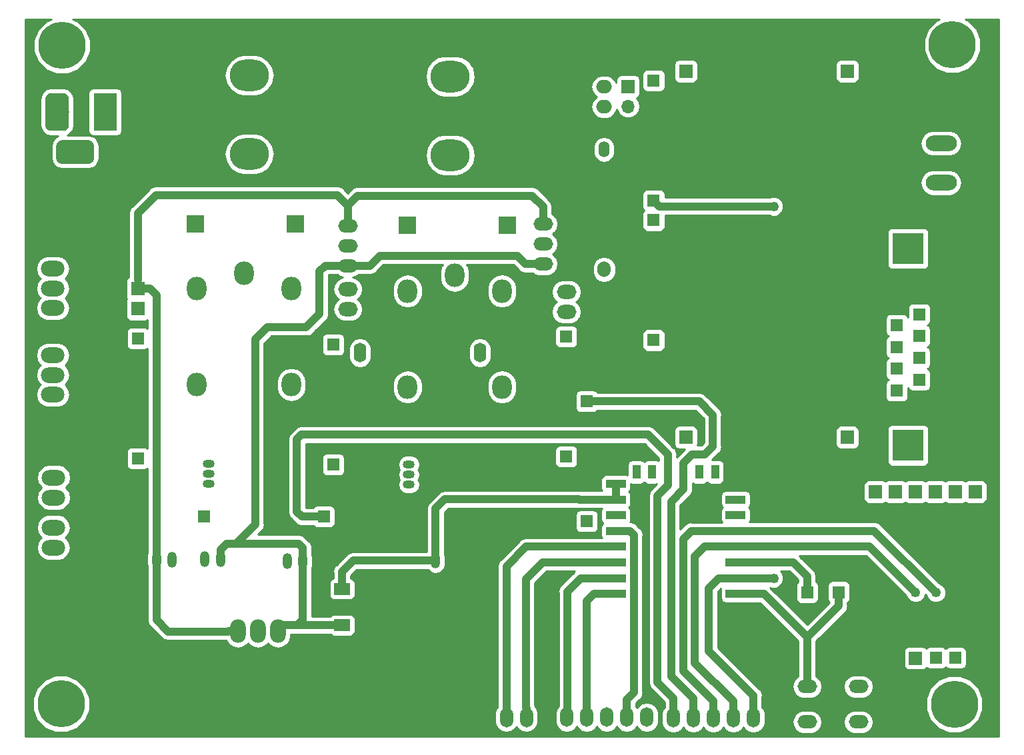
<source format=gbr>
G04 #@! TF.GenerationSoftware,KiCad,Pcbnew,(5.0.1)-4*
G04 #@! TF.CreationDate,2019-04-16T10:01:15-03:00*
G04 #@! TF.ProjectId,Ignitor,49676E69746F722E6B696361645F7063,rev?*
G04 #@! TF.SameCoordinates,Original*
G04 #@! TF.FileFunction,Copper,L1,Top,Signal*
G04 #@! TF.FilePolarity,Positive*
%FSLAX46Y46*%
G04 Gerber Fmt 4.6, Leading zero omitted, Abs format (unit mm)*
G04 Created by KiCad (PCBNEW (5.0.1)-4) date 16/04/2019 10:01:15*
%MOMM*%
%LPD*%
G01*
G04 APERTURE LIST*
G04 #@! TA.AperFunction,ComponentPad*
%ADD10O,1.700000X2.500000*%
G04 #@! TD*
G04 #@! TA.AperFunction,ComponentPad*
%ADD11R,1.700000X1.700000*%
G04 #@! TD*
G04 #@! TA.AperFunction,ComponentPad*
%ADD12O,1.700000X1.700000*%
G04 #@! TD*
G04 #@! TA.AperFunction,ComponentPad*
%ADD13R,1.600000X1.600000*%
G04 #@! TD*
G04 #@! TA.AperFunction,ComponentPad*
%ADD14O,1.600000X2.500000*%
G04 #@! TD*
G04 #@! TA.AperFunction,ComponentPad*
%ADD15O,2.500000X1.700000*%
G04 #@! TD*
G04 #@! TA.AperFunction,ComponentPad*
%ADD16O,3.000000X2.000000*%
G04 #@! TD*
G04 #@! TA.AperFunction,ComponentPad*
%ADD17O,2.000000X1.700000*%
G04 #@! TD*
G04 #@! TA.AperFunction,ComponentPad*
%ADD18O,1.700000X2.000000*%
G04 #@! TD*
G04 #@! TA.AperFunction,ComponentPad*
%ADD19O,1.400000X2.000000*%
G04 #@! TD*
G04 #@! TA.AperFunction,ComponentPad*
%ADD20R,4.000000X4.000000*%
G04 #@! TD*
G04 #@! TA.AperFunction,ComponentPad*
%ADD21O,2.000000X3.000000*%
G04 #@! TD*
G04 #@! TA.AperFunction,ComponentPad*
%ADD22O,5.000000X4.000000*%
G04 #@! TD*
G04 #@! TA.AperFunction,ComponentPad*
%ADD23O,1.200000X2.000000*%
G04 #@! TD*
G04 #@! TA.AperFunction,Conductor*
%ADD24C,0.100000*%
G04 #@! TD*
G04 #@! TA.AperFunction,ComponentPad*
%ADD25C,3.000000*%
G04 #@! TD*
G04 #@! TA.AperFunction,ComponentPad*
%ADD26R,3.000000X4.800000*%
G04 #@! TD*
G04 #@! TA.AperFunction,ComponentPad*
%ADD27R,2.200000X2.200000*%
G04 #@! TD*
G04 #@! TA.AperFunction,SMDPad,CuDef*
%ADD28R,2.500000X1.000000*%
G04 #@! TD*
G04 #@! TA.AperFunction,SMDPad,CuDef*
%ADD29R,1.000000X1.800000*%
G04 #@! TD*
G04 #@! TA.AperFunction,ComponentPad*
%ADD30O,2.500000X1.800000*%
G04 #@! TD*
G04 #@! TA.AperFunction,ComponentPad*
%ADD31R,1.800000X1.800000*%
G04 #@! TD*
G04 #@! TA.AperFunction,SMDPad,CuDef*
%ADD32R,2.000000X3.800000*%
G04 #@! TD*
G04 #@! TA.AperFunction,SMDPad,CuDef*
%ADD33R,2.000000X1.500000*%
G04 #@! TD*
G04 #@! TA.AperFunction,ComponentPad*
%ADD34O,1.500000X1.050000*%
G04 #@! TD*
G04 #@! TA.AperFunction,ComponentPad*
%ADD35O,2.500000X3.000000*%
G04 #@! TD*
G04 #@! TA.AperFunction,ComponentPad*
%ADD36O,3.960000X1.980000*%
G04 #@! TD*
G04 #@! TA.AperFunction,ComponentPad*
%ADD37R,1.524000X1.524000*%
G04 #@! TD*
G04 #@! TA.AperFunction,ViaPad*
%ADD38C,6.000000*%
G04 #@! TD*
G04 #@! TA.AperFunction,ViaPad*
%ADD39C,1.250000*%
G04 #@! TD*
G04 #@! TA.AperFunction,Conductor*
%ADD40C,0.250000*%
G04 #@! TD*
G04 #@! TA.AperFunction,Conductor*
%ADD41C,1.000000*%
G04 #@! TD*
G04 #@! TA.AperFunction,Conductor*
%ADD42C,0.254000*%
G04 #@! TD*
G04 APERTURE END LIST*
D10*
G04 #@! TO.P,J11,1*
G04 #@! TO.N,d10*
X203000000Y-112000000D03*
G04 #@! TO.P,J11,2*
G04 #@! TO.N,d9*
X205540000Y-112000000D03*
G04 #@! TO.P,J11,3*
G04 #@! TO.N,d14*
X208080000Y-112000000D03*
G04 #@! TO.P,J11,4*
G04 #@! TO.N,d16*
X210620000Y-112000000D03*
G04 #@! TO.P,J11,5*
G04 #@! TO.N,adc*
X213160000Y-112000000D03*
G04 #@! TD*
D11*
G04 #@! TO.P,J12,1*
G04 #@! TO.N,CAP*
X197250000Y-31750000D03*
D12*
G04 #@! TO.P,J12,2*
G04 #@! TO.N,Net-(J12-Pad2)*
X197250000Y-34290000D03*
G04 #@! TD*
D13*
G04 #@! TO.P,R1,1*
G04 #@! TO.N,Net-(R1-Pad1)*
X220000000Y-96000000D03*
G04 #@! TO.P,R1,2*
G04 #@! TO.N,+3V3*
X220000000Y-80760000D03*
G04 #@! TD*
G04 #@! TO.P,R6,1*
G04 #@! TO.N,Net-(R6-Pad1)*
X224000000Y-96000000D03*
G04 #@! TO.P,R6,2*
G04 #@! TO.N,+3V3*
X224000000Y-80760000D03*
G04 #@! TD*
D14*
G04 #@! TO.P,R7,1*
G04 #@! TO.N,S2*
X163200000Y-65600000D03*
G04 #@! TO.P,R7,2*
G04 #@! TO.N,Net-(R7-Pad2)*
X178440000Y-65600000D03*
G04 #@! TD*
D11*
G04 #@! TO.P,U3,4*
G04 #@! TO.N,Net-(R7-Pad2)*
X204600000Y-29825000D03*
G04 #@! TO.P,U3,3*
G04 #@! TO.N,GND*
X225100000Y-29825000D03*
G04 #@! TO.P,U3,2*
X225100000Y-76325000D03*
G04 #@! TO.P,U3,1*
G04 #@! TO.N,S1*
X204600000Y-76325000D03*
G04 #@! TD*
D15*
G04 #@! TO.P,SW3,4*
G04 #@! TO.N,GND*
X226500000Y-112500000D03*
G04 #@! TO.P,SW3,3*
G04 #@! TO.N,Net-(SW3-Pad3)*
X220000000Y-112500000D03*
G04 #@! TO.P,SW3,2*
G04 #@! TO.N,Net-(SW3-Pad2)*
X226500000Y-108000000D03*
G04 #@! TO.P,SW3,1*
G04 #@! TO.N,Net-(R6-Pad1)*
X220000000Y-108000000D03*
G04 #@! TD*
G04 #@! TO.P,J10,3*
G04 #@! TO.N,Net-(J10-Pad3)*
X186470000Y-54330000D03*
G04 #@! TO.P,J10,2*
G04 #@! TO.N,Net-(D3-Pad2)*
X186470000Y-51790000D03*
G04 #@! TO.P,J10,1*
G04 #@! TO.N,+12V*
X186470000Y-49250000D03*
G04 #@! TD*
G04 #@! TO.P,J9,1*
G04 #@! TO.N,+12V*
X161670000Y-49440000D03*
G04 #@! TO.P,J9,2*
G04 #@! TO.N,Net-(D1-Pad2)*
X161670000Y-51980000D03*
G04 #@! TO.P,J9,3*
G04 #@! TO.N,+5V*
X161670000Y-54520000D03*
G04 #@! TD*
D16*
G04 #@! TO.P,J7,2*
G04 #@! TO.N,GND*
X124300000Y-83980000D03*
G04 #@! TO.P,J7,1*
G04 #@! TO.N,Net-(D2-Pad1)*
X124300000Y-81440000D03*
G04 #@! TD*
G04 #@! TO.P,J8,1*
G04 #@! TO.N,Net-(D4-Pad1)*
X124270000Y-87790000D03*
G04 #@! TO.P,J8,2*
G04 #@! TO.N,GND*
X124270000Y-90330000D03*
G04 #@! TD*
D17*
G04 #@! TO.P,J6,1*
G04 #@! TO.N,CAP*
X194200000Y-31800000D03*
G04 #@! TO.P,J6,2*
G04 #@! TO.N,Net-(J6-Pad2)*
X194200000Y-34340000D03*
G04 #@! TD*
D18*
G04 #@! TO.P,R11,1*
G04 #@! TO.N,GND*
X194200000Y-55000000D03*
D19*
G04 #@! TO.P,R11,2*
G04 #@! TO.N,Net-(J6-Pad2)*
X194200000Y-39760000D03*
G04 #@! TD*
D13*
G04 #@! TO.P,J5,1*
G04 #@! TO.N,+3V3*
X231380000Y-59320000D03*
G04 #@! TO.P,J5,2*
G04 #@! TO.N,Net-(J5-Pad2)*
X231380000Y-62090000D03*
G04 #@! TO.P,J5,3*
G04 #@! TO.N,Net-(J5-Pad3)*
X231380000Y-64860000D03*
G04 #@! TO.P,J5,4*
G04 #@! TO.N,Net-(J5-Pad4)*
X231380000Y-67630000D03*
G04 #@! TO.P,J5,5*
G04 #@! TO.N,GND*
X231380000Y-70400000D03*
G04 #@! TO.P,J5,6*
G04 #@! TO.N,Net-(J5-Pad6)*
X234220000Y-60705000D03*
G04 #@! TO.P,J5,7*
G04 #@! TO.N,E+*
X234220000Y-63475000D03*
G04 #@! TO.P,J5,8*
G04 #@! TO.N,E-*
X234220000Y-66245000D03*
G04 #@! TO.P,J5,9*
G04 #@! TO.N,Net-(J5-Pad9)*
X234220000Y-69015000D03*
D20*
G04 #@! TO.P,J5,0*
G04 #@! TO.N,N/C*
X232800000Y-77360000D03*
X232800000Y-52360000D03*
G04 #@! TD*
D16*
G04 #@! TO.P,SW1,1*
G04 #@! TO.N,+12V*
X124200000Y-59899360D03*
G04 #@! TO.P,SW1,2*
G04 #@! TO.N,Net-(J4-Pad1)*
X124200000Y-57400000D03*
G04 #@! TO.P,SW1,3*
G04 #@! TO.N,Net-(SW1-Pad3)*
X124200000Y-54900640D03*
G04 #@! TD*
G04 #@! TO.P,SW2,1*
G04 #@! TO.N,OUT*
X124200000Y-70899360D03*
G04 #@! TO.P,SW2,2*
G04 #@! TO.N,Net-(J3-Pad2)*
X124200000Y-68400000D03*
G04 #@! TO.P,SW2,3*
G04 #@! TO.N,Net-(SW2-Pad3)*
X124200000Y-65900640D03*
G04 #@! TD*
D21*
G04 #@! TO.P,U4,3*
G04 #@! TO.N,+5V*
X152780000Y-100970000D03*
G04 #@! TO.P,U4,2*
G04 #@! TO.N,GND*
X150240000Y-100970000D03*
G04 #@! TO.P,U4,1*
G04 #@! TO.N,+12V*
X147700000Y-100970000D03*
G04 #@! TD*
D22*
G04 #@! TO.P,C1,2*
G04 #@! TO.N,GND*
X149160000Y-30340000D03*
G04 #@! TO.P,C1,1*
G04 #@! TO.N,CAP*
X149160000Y-40340000D03*
G04 #@! TD*
G04 #@! TO.P,C2,1*
G04 #@! TO.N,CAP*
X174670000Y-40480000D03*
G04 #@! TO.P,C2,2*
G04 #@! TO.N,GND*
X174670000Y-30480000D03*
G04 #@! TD*
D23*
G04 #@! TO.P,C8,1*
G04 #@! TO.N,+3V3*
X174800000Y-92000000D03*
G04 #@! TO.P,C8,2*
G04 #@! TO.N,GND*
X172800000Y-92000000D03*
G04 #@! TD*
G04 #@! TO.P,C7,2*
G04 #@! TO.N,GND*
X153950000Y-92100000D03*
G04 #@! TO.P,C7,1*
G04 #@! TO.N,+5V*
X155950000Y-92100000D03*
G04 #@! TD*
G04 #@! TO.P,C6,1*
G04 #@! TO.N,+12V*
X137350000Y-91860000D03*
G04 #@! TO.P,C6,2*
G04 #@! TO.N,GND*
X139350000Y-91860000D03*
G04 #@! TD*
G04 #@! TO.P,C9,1*
G04 #@! TO.N,+5V*
X145500000Y-91800000D03*
G04 #@! TO.P,C9,2*
G04 #@! TO.N,GND*
X143500000Y-91800000D03*
G04 #@! TD*
D24*
G04 #@! TO.N,GND*
G04 #@! TO.C,J4*
G36*
X125563513Y-32603611D02*
X125636318Y-32614411D01*
X125707714Y-32632295D01*
X125777013Y-32657090D01*
X125843548Y-32688559D01*
X125906678Y-32726398D01*
X125965795Y-32770242D01*
X126020330Y-32819670D01*
X126069758Y-32874205D01*
X126113602Y-32933322D01*
X126151441Y-32996452D01*
X126182910Y-33062987D01*
X126207705Y-33132286D01*
X126225589Y-33203682D01*
X126236389Y-33276487D01*
X126240000Y-33350000D01*
X126240000Y-36650000D01*
X126236389Y-36723513D01*
X126225589Y-36796318D01*
X126207705Y-36867714D01*
X126182910Y-36937013D01*
X126151441Y-37003548D01*
X126113602Y-37066678D01*
X126069758Y-37125795D01*
X126020330Y-37180330D01*
X125965795Y-37229758D01*
X125906678Y-37273602D01*
X125843548Y-37311441D01*
X125777013Y-37342910D01*
X125707714Y-37367705D01*
X125636318Y-37385589D01*
X125563513Y-37396389D01*
X125490000Y-37400000D01*
X123990000Y-37400000D01*
X123916487Y-37396389D01*
X123843682Y-37385589D01*
X123772286Y-37367705D01*
X123702987Y-37342910D01*
X123636452Y-37311441D01*
X123573322Y-37273602D01*
X123514205Y-37229758D01*
X123459670Y-37180330D01*
X123410242Y-37125795D01*
X123366398Y-37066678D01*
X123328559Y-37003548D01*
X123297090Y-36937013D01*
X123272295Y-36867714D01*
X123254411Y-36796318D01*
X123243611Y-36723513D01*
X123240000Y-36650000D01*
X123240000Y-33350000D01*
X123243611Y-33276487D01*
X123254411Y-33203682D01*
X123272295Y-33132286D01*
X123297090Y-33062987D01*
X123328559Y-32996452D01*
X123366398Y-32933322D01*
X123410242Y-32874205D01*
X123459670Y-32819670D01*
X123514205Y-32770242D01*
X123573322Y-32726398D01*
X123636452Y-32688559D01*
X123702987Y-32657090D01*
X123772286Y-32632295D01*
X123843682Y-32614411D01*
X123916487Y-32603611D01*
X123990000Y-32600000D01*
X125490000Y-32600000D01*
X125563513Y-32603611D01*
X125563513Y-32603611D01*
G37*
D25*
G04 #@! TD*
G04 #@! TO.P,J4,2*
G04 #@! TO.N,GND*
X124740000Y-35000000D03*
D26*
G04 #@! TO.P,J4,1*
G04 #@! TO.N,Net-(J4-Pad1)*
X130840000Y-35000000D03*
D24*
G04 #@! TD*
G04 #@! TO.N,N/C*
G04 #@! TO.C,J4*
G36*
X128753513Y-38583611D02*
X128826318Y-38594411D01*
X128897714Y-38612295D01*
X128967013Y-38637090D01*
X129033548Y-38668559D01*
X129096678Y-38706398D01*
X129155795Y-38750242D01*
X129210330Y-38799670D01*
X129259758Y-38854205D01*
X129303602Y-38913322D01*
X129341441Y-38976452D01*
X129372910Y-39042987D01*
X129397705Y-39112286D01*
X129415589Y-39183682D01*
X129426389Y-39256487D01*
X129430000Y-39330000D01*
X129430000Y-40830000D01*
X129426389Y-40903513D01*
X129415589Y-40976318D01*
X129397705Y-41047714D01*
X129372910Y-41117013D01*
X129341441Y-41183548D01*
X129303602Y-41246678D01*
X129259758Y-41305795D01*
X129210330Y-41360330D01*
X129155795Y-41409758D01*
X129096678Y-41453602D01*
X129033548Y-41491441D01*
X128967013Y-41522910D01*
X128897714Y-41547705D01*
X128826318Y-41565589D01*
X128753513Y-41576389D01*
X128680000Y-41580000D01*
X125380000Y-41580000D01*
X125306487Y-41576389D01*
X125233682Y-41565589D01*
X125162286Y-41547705D01*
X125092987Y-41522910D01*
X125026452Y-41491441D01*
X124963322Y-41453602D01*
X124904205Y-41409758D01*
X124849670Y-41360330D01*
X124800242Y-41305795D01*
X124756398Y-41246678D01*
X124718559Y-41183548D01*
X124687090Y-41117013D01*
X124662295Y-41047714D01*
X124644411Y-40976318D01*
X124633611Y-40903513D01*
X124630000Y-40830000D01*
X124630000Y-39330000D01*
X124633611Y-39256487D01*
X124644411Y-39183682D01*
X124662295Y-39112286D01*
X124687090Y-39042987D01*
X124718559Y-38976452D01*
X124756398Y-38913322D01*
X124800242Y-38854205D01*
X124849670Y-38799670D01*
X124904205Y-38750242D01*
X124963322Y-38706398D01*
X125026452Y-38668559D01*
X125092987Y-38637090D01*
X125162286Y-38612295D01*
X125233682Y-38594411D01*
X125306487Y-38583611D01*
X125380000Y-38580000D01*
X128680000Y-38580000D01*
X128753513Y-38583611D01*
X128753513Y-38583611D01*
G37*
D25*
G04 #@! TO.P,J4,3*
G04 #@! TO.N,N/C*
X127030000Y-40080000D03*
G04 #@! TD*
D10*
G04 #@! TO.P,J2,1*
G04 #@! TO.N,SDA*
X181800000Y-111950000D03*
G04 #@! TO.P,J2,2*
G04 #@! TO.N,SCL*
X184340000Y-111950000D03*
G04 #@! TO.P,J2,3*
G04 #@! TO.N,+3V3*
X186880000Y-111950000D03*
G04 #@! TD*
G04 #@! TO.P,J1,1*
G04 #@! TO.N,rx*
X189480000Y-111900000D03*
G04 #@! TO.P,J1,2*
G04 #@! TO.N,tx*
X192020000Y-111900000D03*
G04 #@! TO.P,J1,3*
G04 #@! TO.N,GND*
X194560000Y-111900000D03*
G04 #@! TO.P,J1,4*
G04 #@! TO.N,d0*
X197100000Y-111900000D03*
G04 #@! TO.P,J1,5*
G04 #@! TO.N,GND*
X199640000Y-111900000D03*
G04 #@! TD*
D27*
G04 #@! TO.P,D2,2*
G04 #@! TO.N,Net-(D1-Pad2)*
X154960000Y-49220000D03*
G04 #@! TO.P,D2,1*
G04 #@! TO.N,Net-(D2-Pad1)*
X142260000Y-49220000D03*
G04 #@! TD*
G04 #@! TO.P,D4,1*
G04 #@! TO.N,Net-(D4-Pad1)*
X169260000Y-49360000D03*
G04 #@! TO.P,D4,2*
G04 #@! TO.N,Net-(D3-Pad2)*
X181960000Y-49360000D03*
G04 #@! TD*
D28*
G04 #@! TO.P,U1,16*
G04 #@! TO.N,tx*
X195710000Y-96240000D03*
G04 #@! TO.P,U1,15*
G04 #@! TO.N,rx*
X195710000Y-94240000D03*
G04 #@! TO.P,U1,14*
G04 #@! TO.N,SCL*
X195710000Y-92240000D03*
G04 #@! TO.P,U1,13*
G04 #@! TO.N,SDA*
X195710000Y-90240000D03*
G04 #@! TO.P,U1,12*
G04 #@! TO.N,d0*
X195710000Y-88240000D03*
G04 #@! TO.P,U1,11*
G04 #@! TO.N,d2*
X195710000Y-86240000D03*
G04 #@! TO.P,U1,10*
G04 #@! TO.N,GND*
X195710000Y-84240000D03*
G04 #@! TO.P,U1,9*
X195710000Y-82240000D03*
D29*
G04 #@! TO.P,U1,22*
G04 #@! TO.N,Net-(U1-Pad22)*
X198310000Y-80740000D03*
G04 #@! TO.P,U1,21*
G04 #@! TO.N,Net-(U1-Pad21)*
X200310000Y-80740000D03*
G04 #@! TO.P,U1,20*
G04 #@! TO.N,d10*
X202310000Y-80740000D03*
G04 #@! TO.P,U1,19*
G04 #@! TO.N,d9*
X204310000Y-80740000D03*
G04 #@! TO.P,U1,18*
G04 #@! TO.N,Net-(U1-Pad18)*
X206310000Y-80740000D03*
G04 #@! TO.P,U1,17*
G04 #@! TO.N,Net-(U1-Pad17)*
X208310000Y-80740000D03*
D28*
G04 #@! TO.P,U1,8*
G04 #@! TO.N,+3V3*
X210910000Y-82240000D03*
G04 #@! TO.P,U1,7*
G04 #@! TO.N,d13*
X210910000Y-84240000D03*
G04 #@! TO.P,U1,6*
G04 #@! TO.N,d12*
X210910000Y-86240000D03*
G04 #@! TO.P,U1,5*
G04 #@! TO.N,d14*
X210910000Y-88240000D03*
G04 #@! TO.P,U1,4*
G04 #@! TO.N,d16*
X210910000Y-90240000D03*
G04 #@! TO.P,U1,3*
G04 #@! TO.N,Net-(R1-Pad1)*
X210910000Y-92240000D03*
G04 #@! TO.P,U1,2*
G04 #@! TO.N,adc*
X210910000Y-94240000D03*
G04 #@! TO.P,U1,1*
G04 #@! TO.N,Net-(R6-Pad1)*
X210910000Y-96240000D03*
G04 #@! TD*
D30*
G04 #@! TO.P,D3,1*
G04 #@! TO.N,Net-(D3-Pad1)*
X189420000Y-60390000D03*
G04 #@! TO.P,D3,2*
G04 #@! TO.N,Net-(D3-Pad2)*
X189420000Y-57850000D03*
G04 #@! TD*
D31*
G04 #@! TO.P,D5,2*
G04 #@! TO.N,+12V*
X135000000Y-57460000D03*
G04 #@! TO.P,D5,1*
G04 #@! TO.N,Net-(D5-Pad1)*
X135000000Y-60000000D03*
G04 #@! TD*
D30*
G04 #@! TO.P,D1,1*
G04 #@! TO.N,Net-(D1-Pad1)*
X161670000Y-60040000D03*
G04 #@! TO.P,D1,2*
G04 #@! TO.N,Net-(D1-Pad2)*
X161670000Y-57500000D03*
G04 #@! TD*
D32*
G04 #@! TO.P,U5,2*
G04 #@! TO.N,+3V3*
X167230000Y-97900000D03*
D33*
X160930000Y-97900000D03*
G04 #@! TO.P,U5,3*
G04 #@! TO.N,+5V*
X160930000Y-100200000D03*
G04 #@! TO.P,U5,1*
G04 #@! TO.N,GND*
X160930000Y-95600000D03*
G04 #@! TD*
D34*
G04 #@! TO.P,Q1,1*
G04 #@! TO.N,Net-(D2-Pad1)*
X144000000Y-79730000D03*
G04 #@! TO.P,Q1,3*
G04 #@! TO.N,GND*
X144000000Y-82270000D03*
G04 #@! TO.P,Q1,2*
G04 #@! TO.N,Net-(Q1-Pad2)*
X144000000Y-81000000D03*
G04 #@! TD*
G04 #@! TO.P,Q2,2*
G04 #@! TO.N,Net-(Q2-Pad2)*
X169400000Y-81070000D03*
G04 #@! TO.P,Q2,3*
G04 #@! TO.N,GND*
X169400000Y-82340000D03*
G04 #@! TO.P,Q2,1*
G04 #@! TO.N,Net-(D4-Pad1)*
X169400000Y-79800000D03*
G04 #@! TD*
D35*
G04 #@! TO.P,K1,5*
G04 #@! TO.N,Net-(D1-Pad2)*
X154500000Y-57460000D03*
G04 #@! TO.P,K1,4*
G04 #@! TO.N,S2*
X154500000Y-69660000D03*
G04 #@! TO.P,K1,3*
G04 #@! TO.N,OUT*
X142500000Y-69660000D03*
G04 #@! TO.P,K1,2*
G04 #@! TO.N,Net-(D2-Pad1)*
X142500000Y-57460000D03*
G04 #@! TO.P,K1,1*
G04 #@! TO.N,CAP*
X148500000Y-55460000D03*
G04 #@! TD*
G04 #@! TO.P,K2,1*
G04 #@! TO.N,+5V*
X175240000Y-55740000D03*
G04 #@! TO.P,K2,2*
G04 #@! TO.N,Net-(D4-Pad1)*
X169240000Y-57740000D03*
G04 #@! TO.P,K2,3*
G04 #@! TO.N,S1*
X169240000Y-69940000D03*
G04 #@! TO.P,K2,4*
G04 #@! TO.N,Net-(K2-Pad4)*
X181240000Y-69940000D03*
G04 #@! TO.P,K2,5*
G04 #@! TO.N,Net-(D3-Pad2)*
X181240000Y-57740000D03*
G04 #@! TD*
D13*
G04 #@! TO.P,R10,1*
G04 #@! TO.N,adc*
X200500000Y-48750000D03*
G04 #@! TO.P,R10,2*
G04 #@! TO.N,GND*
X200500000Y-63990000D03*
G04 #@! TD*
G04 #@! TO.P,R9,2*
G04 #@! TO.N,Net-(J12-Pad2)*
X200500000Y-31010000D03*
G04 #@! TO.P,R9,1*
G04 #@! TO.N,adc*
X200500000Y-46250000D03*
G04 #@! TD*
G04 #@! TO.P,R8,1*
G04 #@! TO.N,GND*
X135000000Y-79000000D03*
G04 #@! TO.P,R8,2*
G04 #@! TO.N,Net-(D5-Pad1)*
X135000000Y-63760000D03*
G04 #@! TD*
G04 #@! TO.P,R5,2*
G04 #@! TO.N,d9*
X192000000Y-71760000D03*
G04 #@! TO.P,R5,1*
G04 #@! TO.N,Net-(Q2-Pad2)*
X192000000Y-87000000D03*
G04 #@! TD*
G04 #@! TO.P,R3,1*
G04 #@! TO.N,Net-(Q1-Pad2)*
X143360000Y-86410000D03*
G04 #@! TO.P,R3,2*
G04 #@! TO.N,d10*
X158600000Y-86410000D03*
G04 #@! TD*
G04 #@! TO.P,R2,2*
G04 #@! TO.N,Net-(D1-Pad1)*
X159800000Y-64560000D03*
G04 #@! TO.P,R2,1*
G04 #@! TO.N,Net-(D2-Pad1)*
X159800000Y-79800000D03*
G04 #@! TD*
G04 #@! TO.P,R4,1*
G04 #@! TO.N,Net-(D4-Pad1)*
X189400000Y-78800000D03*
G04 #@! TO.P,R4,2*
G04 #@! TO.N,Net-(D3-Pad1)*
X189400000Y-63560000D03*
G04 #@! TD*
D36*
G04 #@! TO.P,J3,1*
G04 #@! TO.N,GND*
X237000000Y-44000000D03*
G04 #@! TO.P,J3,2*
G04 #@! TO.N,Net-(J3-Pad2)*
X237000000Y-39000000D03*
G04 #@! TD*
D11*
G04 #@! TO.P,U2,6*
G04 #@! TO.N,B+*
X228650000Y-83260000D03*
G04 #@! TO.P,U2,5*
G04 #@! TO.N,B-*
X231190000Y-83260000D03*
G04 #@! TO.P,U2,4*
G04 #@! TO.N,A+*
X233730000Y-83260000D03*
G04 #@! TO.P,U2,3*
G04 #@! TO.N,A-*
X236270000Y-83260000D03*
G04 #@! TO.P,U2,2*
G04 #@! TO.N,E-*
X238810000Y-83260000D03*
G04 #@! TO.P,U2,1*
G04 #@! TO.N,E+*
X241350000Y-83260000D03*
G04 #@! TO.P,U2,7*
G04 #@! TO.N,+3V3*
X231250000Y-104450000D03*
G04 #@! TO.P,U2,8*
G04 #@! TO.N,d16*
X233750000Y-104400000D03*
D37*
G04 #@! TO.P,U2,9*
G04 #@! TO.N,d14*
X236350000Y-104350000D03*
G04 #@! TO.P,U2,10*
G04 #@! TO.N,GND*
X238850000Y-104350000D03*
G04 #@! TD*
D38*
G04 #@! TO.N,*
X125360000Y-26570000D03*
X125260000Y-110210000D03*
X238430000Y-26460000D03*
X238690000Y-110240000D03*
D39*
G04 #@! TO.N,d14*
X236350000Y-96075000D03*
G04 #@! TO.N,d16*
X233750000Y-96075000D03*
G04 #@! TO.N,adc*
X215750000Y-94250000D03*
X215750000Y-47000000D03*
G04 #@! TD*
D40*
G04 #@! TO.N,GND*
X160930000Y-94600000D02*
X160925000Y-94595000D01*
D41*
X160930000Y-95600000D02*
X160930000Y-94600000D01*
X160925000Y-94595000D02*
X160925000Y-93425000D01*
X160925000Y-93425000D02*
X162175000Y-92175000D01*
X191012500Y-84225000D02*
X176425000Y-84225000D01*
X176425000Y-84225000D02*
X173975000Y-84225000D01*
X172800000Y-85400000D02*
X172800000Y-92000000D01*
X173975000Y-84225000D02*
X172800000Y-85400000D01*
D40*
X162350000Y-92000000D02*
X162175000Y-92175000D01*
D41*
X172800000Y-92000000D02*
X162350000Y-92000000D01*
D40*
X195695000Y-84225000D02*
X195710000Y-84240000D01*
D41*
X191027500Y-84240000D02*
X195710000Y-84240000D01*
D40*
X191012500Y-84225000D02*
X191027500Y-84240000D01*
D41*
X195710000Y-82240000D02*
X195710000Y-84240000D01*
G04 #@! TO.N,+12V*
X147700000Y-100970000D02*
X146497500Y-100970000D01*
X146467500Y-101000000D02*
X138800000Y-101000000D01*
X137350000Y-99550000D02*
X137350000Y-91860000D01*
X138800000Y-101000000D02*
X137350000Y-99550000D01*
X137350000Y-91860000D02*
X137350000Y-58250000D01*
X136560000Y-57460000D02*
X135000000Y-57460000D01*
X137350000Y-58250000D02*
X136560000Y-57460000D01*
D40*
X135000000Y-56310000D02*
X135000000Y-57460000D01*
D41*
X161670000Y-49440000D02*
X161670000Y-46900000D01*
X160330000Y-45560000D02*
X137310000Y-45560000D01*
X161670000Y-46900000D02*
X160330000Y-45560000D01*
X137310000Y-45560000D02*
X134990000Y-47880000D01*
X134990000Y-47880000D02*
X134990000Y-56300000D01*
D40*
X134990000Y-56300000D02*
X135000000Y-56310000D01*
X161670000Y-46900000D02*
X161670000Y-46890000D01*
D41*
X161670000Y-46890000D02*
X162910000Y-45650000D01*
X162910000Y-45650000D02*
X185060000Y-45650000D01*
X186470000Y-47060000D02*
X186470000Y-49250000D01*
X185060000Y-45650000D02*
X186470000Y-47060000D01*
G04 #@! TO.N,+3V3*
X210150000Y-82240000D02*
X218000000Y-82240000D01*
X218520000Y-82240000D02*
X220000000Y-80760000D01*
X218000000Y-82240000D02*
X218520000Y-82240000D01*
X167230000Y-97900000D02*
X173100000Y-97900000D01*
X174800000Y-96200000D02*
X174800000Y-92000000D01*
X173100000Y-97900000D02*
X174800000Y-96200000D01*
X224000000Y-80760000D02*
X220000000Y-80760000D01*
G04 #@! TO.N,+5V*
X153550000Y-100200000D02*
X152780000Y-100970000D01*
X149920000Y-63890000D02*
X151460000Y-62350000D01*
X151460000Y-62350000D02*
X156380000Y-62350000D01*
X156380000Y-62350000D02*
X158050000Y-60680000D01*
X158050000Y-60680000D02*
X158050000Y-55250000D01*
X158780000Y-54520000D02*
X161670000Y-54520000D01*
X158050000Y-55250000D02*
X158780000Y-54520000D01*
X161670000Y-54520000D02*
X164480000Y-54520000D01*
X164480000Y-54520000D02*
X165720000Y-53280000D01*
X165720000Y-53280000D02*
X183160000Y-53280000D01*
X184210000Y-54330000D02*
X186470000Y-54330000D01*
X183160000Y-53280000D02*
X184210000Y-54330000D01*
X155950000Y-99475000D02*
X155225000Y-100200000D01*
X155950000Y-92100000D02*
X155950000Y-99475000D01*
X160930000Y-100200000D02*
X155225000Y-100200000D01*
X155225000Y-100200000D02*
X153550000Y-100200000D01*
X145500000Y-90625000D02*
X145500000Y-91800000D01*
X146300000Y-89825000D02*
X145500000Y-90625000D01*
X155950000Y-92100000D02*
X155950000Y-90375000D01*
X155950000Y-90375000D02*
X155400000Y-89825000D01*
X149920000Y-87380000D02*
X147475000Y-89825000D01*
X149920000Y-63890000D02*
X149920000Y-87380000D01*
X155400000Y-89825000D02*
X147475000Y-89825000D01*
X147475000Y-89825000D02*
X146300000Y-89825000D01*
G04 #@! TO.N,Net-(R6-Pad1)*
X210910000Y-96240000D02*
X214490000Y-96240000D01*
X220000000Y-101750000D02*
X220000000Y-108000000D01*
X214490000Y-96240000D02*
X220000000Y-101750000D01*
X224000000Y-97750000D02*
X224000000Y-96000000D01*
X220000000Y-101750000D02*
X224000000Y-97750000D01*
G04 #@! TO.N,Net-(R1-Pad1)*
X210910000Y-92240000D02*
X218240000Y-92240000D01*
X220000000Y-94000000D02*
X220000000Y-96000000D01*
X218240000Y-92240000D02*
X220000000Y-94000000D01*
G04 #@! TO.N,tx*
X192020000Y-111900000D02*
X192020000Y-97160000D01*
X192940000Y-96240000D02*
X195710000Y-96240000D01*
X192020000Y-97160000D02*
X192940000Y-96240000D01*
D40*
G04 #@! TO.N,rx*
X189480000Y-110800000D02*
X189530000Y-110750000D01*
X189480000Y-111900000D02*
X189480000Y-110800000D01*
D41*
X189530000Y-110750000D02*
X189530000Y-95940000D01*
X191230000Y-94240000D02*
X195710000Y-94240000D01*
X189530000Y-95940000D02*
X191230000Y-94240000D01*
D40*
G04 #@! TO.N,SCL*
X184340000Y-110747919D02*
X184270000Y-110677919D01*
D41*
X184340000Y-111950000D02*
X184340000Y-110747919D01*
X184270000Y-110677919D02*
X184270000Y-94380000D01*
X186410000Y-92240000D02*
X195710000Y-92240000D01*
X184270000Y-94380000D02*
X186410000Y-92240000D01*
G04 #@! TO.N,SDA*
X181800000Y-111950000D02*
X181800000Y-92740000D01*
X184300000Y-90240000D02*
X195710000Y-90240000D01*
X181800000Y-92740000D02*
X184300000Y-90240000D01*
G04 #@! TO.N,d0*
X195710000Y-88240000D02*
X197490000Y-88240000D01*
X197490000Y-88240000D02*
X198000000Y-88750000D01*
X198000000Y-88750000D02*
X198000000Y-108750000D01*
X197100000Y-109650000D02*
X197100000Y-111900000D01*
X198000000Y-108750000D02*
X197100000Y-109650000D01*
G04 #@! TO.N,d10*
X182180000Y-76010000D02*
X199800000Y-76010000D01*
X202310000Y-78520000D02*
X202310000Y-80740000D01*
X199800000Y-76010000D02*
X202310000Y-78520000D01*
X182180000Y-76010000D02*
X160990000Y-76010000D01*
X155810000Y-86410000D02*
X158600000Y-86410000D01*
X155200000Y-85800000D02*
X155810000Y-86410000D01*
X155200000Y-76600000D02*
X155200000Y-85800000D01*
X160990000Y-76010000D02*
X155790000Y-76010000D01*
X155790000Y-76010000D02*
X155200000Y-76600000D01*
X202310000Y-80740000D02*
X202310000Y-82440000D01*
X202310000Y-82440000D02*
X201000000Y-83750000D01*
X201000000Y-83750000D02*
X201000000Y-107500000D01*
X203000000Y-109500000D02*
X203000000Y-112000000D01*
X201000000Y-107500000D02*
X203000000Y-109500000D01*
G04 #@! TO.N,d9*
X204310000Y-79590000D02*
X205400000Y-78500000D01*
X204310000Y-80740000D02*
X204310000Y-79590000D01*
X205400000Y-78500000D02*
X207000000Y-78500000D01*
X207000000Y-78500000D02*
X208000000Y-77500000D01*
X208000000Y-77500000D02*
X208000000Y-73500000D01*
X206260000Y-71760000D02*
X192000000Y-71760000D01*
X208000000Y-73500000D02*
X206260000Y-71760000D01*
X205540000Y-112000000D02*
X205540000Y-109540000D01*
X205540000Y-109540000D02*
X202750000Y-106750000D01*
X202750000Y-106750000D02*
X202750000Y-84500000D01*
X204310000Y-82940000D02*
X204310000Y-80740000D01*
X202750000Y-84500000D02*
X204310000Y-82940000D01*
G04 #@! TO.N,d14*
X228515000Y-88240000D02*
X210910000Y-88240000D01*
X236350000Y-96075000D02*
X228515000Y-88240000D01*
D40*
X209410000Y-88240000D02*
X209400000Y-88250000D01*
X210910000Y-88240000D02*
X209410000Y-88240000D01*
D41*
X209400000Y-88250000D02*
X205250000Y-88250000D01*
X205250000Y-88250000D02*
X204250000Y-89250000D01*
X204250000Y-89250000D02*
X204250000Y-106000000D01*
X208080000Y-109830000D02*
X208080000Y-112000000D01*
X204250000Y-106000000D02*
X208080000Y-109830000D01*
G04 #@! TO.N,d16*
X210910000Y-90240000D02*
X227915000Y-90240000D01*
X227915000Y-90240000D02*
X233750000Y-96075000D01*
X210910000Y-90240000D02*
X207010000Y-90240000D01*
X207010000Y-90240000D02*
X205750000Y-91500000D01*
X205750000Y-91500000D02*
X205750000Y-105000000D01*
X210620000Y-109870000D02*
X210620000Y-112000000D01*
X205750000Y-105000000D02*
X210620000Y-109870000D01*
G04 #@! TO.N,adc*
X210910000Y-94240000D02*
X208760000Y-94240000D01*
X208760000Y-94240000D02*
X207500000Y-95500000D01*
X207500000Y-95500000D02*
X207500000Y-103500000D01*
X213160000Y-109160000D02*
X213160000Y-112000000D01*
X207500000Y-103500000D02*
X213160000Y-109160000D01*
X210910000Y-94240000D02*
X215740000Y-94240000D01*
D40*
X215740000Y-94240000D02*
X215750000Y-94250000D01*
D41*
X201250000Y-47000000D02*
X200500000Y-46250000D01*
X215750000Y-47000000D02*
X201250000Y-47000000D01*
G04 #@! TD*
D42*
G04 #@! TO.N,+3V3*
G36*
X123300938Y-23488396D02*
X122278396Y-24510938D01*
X121725000Y-25846954D01*
X121725000Y-27293046D01*
X122278396Y-28629062D01*
X123300938Y-29651604D01*
X124636954Y-30205000D01*
X126083046Y-30205000D01*
X127419062Y-29651604D01*
X128441604Y-28629062D01*
X128995000Y-27293046D01*
X128995000Y-25846954D01*
X128441604Y-24510938D01*
X127419062Y-23488396D01*
X126746955Y-23210000D01*
X236777482Y-23210000D01*
X236370938Y-23378396D01*
X235348396Y-24400938D01*
X234795000Y-25736954D01*
X234795000Y-27183046D01*
X235348396Y-28519062D01*
X236370938Y-29541604D01*
X237706954Y-30095000D01*
X239153046Y-30095000D01*
X240489062Y-29541604D01*
X241511604Y-28519062D01*
X242065000Y-27183046D01*
X242065000Y-25736954D01*
X241511604Y-24400938D01*
X240489062Y-23378396D01*
X240082518Y-23210000D01*
X244290001Y-23210000D01*
X244290000Y-114290000D01*
X120710000Y-114290000D01*
X120710000Y-109486954D01*
X121625000Y-109486954D01*
X121625000Y-110933046D01*
X122178396Y-112269062D01*
X123200938Y-113291604D01*
X124536954Y-113845000D01*
X125983046Y-113845000D01*
X127319062Y-113291604D01*
X128341604Y-112269062D01*
X128895000Y-110933046D01*
X128895000Y-109486954D01*
X128341604Y-108150938D01*
X127319062Y-107128396D01*
X125983046Y-106575000D01*
X124536954Y-106575000D01*
X123200938Y-107128396D01*
X122178396Y-108150938D01*
X121625000Y-109486954D01*
X120710000Y-109486954D01*
X120710000Y-87790000D01*
X122102969Y-87790000D01*
X122229864Y-88427945D01*
X122591231Y-88968769D01*
X122727768Y-89060000D01*
X122591231Y-89151231D01*
X122229864Y-89692055D01*
X122102969Y-90330000D01*
X122229864Y-90967945D01*
X122591231Y-91508769D01*
X123132055Y-91870136D01*
X123608969Y-91965000D01*
X124931031Y-91965000D01*
X125407945Y-91870136D01*
X125948769Y-91508769D01*
X126310136Y-90967945D01*
X126437031Y-90330000D01*
X126310136Y-89692055D01*
X125948769Y-89151231D01*
X125812232Y-89060000D01*
X125948769Y-88968769D01*
X126310136Y-88427945D01*
X126437031Y-87790000D01*
X126310136Y-87152055D01*
X125948769Y-86611231D01*
X125407945Y-86249864D01*
X124931031Y-86155000D01*
X123608969Y-86155000D01*
X123132055Y-86249864D01*
X122591231Y-86611231D01*
X122229864Y-87152055D01*
X122102969Y-87790000D01*
X120710000Y-87790000D01*
X120710000Y-81440000D01*
X122132969Y-81440000D01*
X122259864Y-82077945D01*
X122621231Y-82618769D01*
X122757768Y-82710000D01*
X122621231Y-82801231D01*
X122259864Y-83342055D01*
X122132969Y-83980000D01*
X122259864Y-84617945D01*
X122621231Y-85158769D01*
X123162055Y-85520136D01*
X123638969Y-85615000D01*
X124961031Y-85615000D01*
X125437945Y-85520136D01*
X125978769Y-85158769D01*
X126340136Y-84617945D01*
X126467031Y-83980000D01*
X126340136Y-83342055D01*
X125978769Y-82801231D01*
X125842232Y-82710000D01*
X125978769Y-82618769D01*
X126340136Y-82077945D01*
X126467031Y-81440000D01*
X126340136Y-80802055D01*
X125978769Y-80261231D01*
X125437945Y-79899864D01*
X124961031Y-79805000D01*
X123638969Y-79805000D01*
X123162055Y-79899864D01*
X122621231Y-80261231D01*
X122259864Y-80802055D01*
X122132969Y-81440000D01*
X120710000Y-81440000D01*
X120710000Y-65900640D01*
X122032969Y-65900640D01*
X122159864Y-66538585D01*
X122521231Y-67079409D01*
X122627357Y-67150320D01*
X122521231Y-67221231D01*
X122159864Y-67762055D01*
X122032969Y-68400000D01*
X122159864Y-69037945D01*
X122521231Y-69578769D01*
X122627357Y-69649680D01*
X122521231Y-69720591D01*
X122159864Y-70261415D01*
X122032969Y-70899360D01*
X122159864Y-71537305D01*
X122521231Y-72078129D01*
X123062055Y-72439496D01*
X123538969Y-72534360D01*
X124861031Y-72534360D01*
X125337945Y-72439496D01*
X125878769Y-72078129D01*
X126240136Y-71537305D01*
X126367031Y-70899360D01*
X126240136Y-70261415D01*
X125878769Y-69720591D01*
X125772643Y-69649680D01*
X125878769Y-69578769D01*
X126240136Y-69037945D01*
X126367031Y-68400000D01*
X126240136Y-67762055D01*
X125878769Y-67221231D01*
X125772643Y-67150320D01*
X125878769Y-67079409D01*
X126240136Y-66538585D01*
X126367031Y-65900640D01*
X126240136Y-65262695D01*
X125878769Y-64721871D01*
X125337945Y-64360504D01*
X124861031Y-64265640D01*
X123538969Y-64265640D01*
X123062055Y-64360504D01*
X122521231Y-64721871D01*
X122159864Y-65262695D01*
X122032969Y-65900640D01*
X120710000Y-65900640D01*
X120710000Y-54900640D01*
X122032969Y-54900640D01*
X122159864Y-55538585D01*
X122521231Y-56079409D01*
X122627357Y-56150320D01*
X122521231Y-56221231D01*
X122159864Y-56762055D01*
X122032969Y-57400000D01*
X122159864Y-58037945D01*
X122521231Y-58578769D01*
X122627357Y-58649680D01*
X122521231Y-58720591D01*
X122159864Y-59261415D01*
X122032969Y-59899360D01*
X122159864Y-60537305D01*
X122521231Y-61078129D01*
X123062055Y-61439496D01*
X123538969Y-61534360D01*
X124861031Y-61534360D01*
X125337945Y-61439496D01*
X125878769Y-61078129D01*
X126240136Y-60537305D01*
X126367031Y-59899360D01*
X126240136Y-59261415D01*
X125878769Y-58720591D01*
X125772643Y-58649680D01*
X125878769Y-58578769D01*
X126240136Y-58037945D01*
X126367031Y-57400000D01*
X126240136Y-56762055D01*
X126105128Y-56560000D01*
X133452560Y-56560000D01*
X133452560Y-58360000D01*
X133501843Y-58607765D01*
X133583518Y-58730000D01*
X133501843Y-58852235D01*
X133452560Y-59100000D01*
X133452560Y-60900000D01*
X133501843Y-61147765D01*
X133642191Y-61357809D01*
X133852235Y-61498157D01*
X134100000Y-61547440D01*
X135900000Y-61547440D01*
X136147765Y-61498157D01*
X136215001Y-61453231D01*
X136215001Y-62473587D01*
X136047765Y-62361843D01*
X135800000Y-62312560D01*
X134200000Y-62312560D01*
X133952235Y-62361843D01*
X133742191Y-62502191D01*
X133601843Y-62712235D01*
X133552560Y-62960000D01*
X133552560Y-64560000D01*
X133601843Y-64807765D01*
X133742191Y-65017809D01*
X133952235Y-65158157D01*
X134200000Y-65207440D01*
X135800000Y-65207440D01*
X136047765Y-65158157D01*
X136215001Y-65046413D01*
X136215000Y-77713587D01*
X136047765Y-77601843D01*
X135800000Y-77552560D01*
X134200000Y-77552560D01*
X133952235Y-77601843D01*
X133742191Y-77742191D01*
X133601843Y-77952235D01*
X133552560Y-78200000D01*
X133552560Y-79800000D01*
X133601843Y-80047765D01*
X133742191Y-80257809D01*
X133952235Y-80398157D01*
X134200000Y-80447440D01*
X135800000Y-80447440D01*
X136047765Y-80398157D01*
X136215000Y-80286413D01*
X136215000Y-90935708D01*
X136186656Y-90978128D01*
X136115000Y-91338365D01*
X136115000Y-92381636D01*
X136186656Y-92741873D01*
X136215001Y-92784294D01*
X136215000Y-99438217D01*
X136192765Y-99550000D01*
X136215000Y-99661782D01*
X136280854Y-99992854D01*
X136531711Y-100368289D01*
X136626482Y-100431613D01*
X137918389Y-101723521D01*
X137981711Y-101818289D01*
X138312247Y-102039146D01*
X138357145Y-102069146D01*
X138800000Y-102157235D01*
X138911783Y-102135000D01*
X146177942Y-102135000D01*
X146521232Y-102648769D01*
X147062056Y-103010136D01*
X147700000Y-103137031D01*
X148337945Y-103010136D01*
X148878769Y-102648769D01*
X148970000Y-102512232D01*
X149061232Y-102648769D01*
X149602056Y-103010136D01*
X150240000Y-103137031D01*
X150877945Y-103010136D01*
X151418769Y-102648769D01*
X151510000Y-102512232D01*
X151601232Y-102648769D01*
X152142056Y-103010136D01*
X152780000Y-103137031D01*
X153417945Y-103010136D01*
X153958769Y-102648769D01*
X154320136Y-102107945D01*
X154415000Y-101631031D01*
X154415000Y-101335000D01*
X155113217Y-101335000D01*
X155225000Y-101357235D01*
X155336783Y-101335000D01*
X159423541Y-101335000D01*
X159472191Y-101407809D01*
X159682235Y-101548157D01*
X159930000Y-101597440D01*
X161930000Y-101597440D01*
X162177765Y-101548157D01*
X162387809Y-101407809D01*
X162528157Y-101197765D01*
X162577440Y-100950000D01*
X162577440Y-99450000D01*
X162528157Y-99202235D01*
X162387809Y-98992191D01*
X162177765Y-98851843D01*
X161930000Y-98802560D01*
X159930000Y-98802560D01*
X159682235Y-98851843D01*
X159472191Y-98992191D01*
X159423541Y-99065000D01*
X157085000Y-99065000D01*
X157085000Y-93024293D01*
X157113344Y-92981873D01*
X157185000Y-92621636D01*
X157185000Y-91578365D01*
X157113344Y-91218127D01*
X157085000Y-91175707D01*
X157085000Y-90486781D01*
X157107235Y-90374999D01*
X157079717Y-90236656D01*
X157019146Y-89932145D01*
X156768289Y-89556711D01*
X156673520Y-89493389D01*
X156281612Y-89101481D01*
X156218289Y-89006711D01*
X155842855Y-88755854D01*
X155511783Y-88690000D01*
X155400000Y-88667765D01*
X155288217Y-88690000D01*
X150215132Y-88690000D01*
X150643521Y-88261611D01*
X150738289Y-88198289D01*
X150989146Y-87822855D01*
X151005627Y-87740000D01*
X151077235Y-87380001D01*
X151055000Y-87268218D01*
X151055000Y-76600000D01*
X154042765Y-76600000D01*
X154065000Y-76711783D01*
X154065001Y-85688212D01*
X154042765Y-85800000D01*
X154130854Y-86242854D01*
X154130855Y-86242855D01*
X154381712Y-86618289D01*
X154476480Y-86681611D01*
X154928387Y-87133518D01*
X154991711Y-87228289D01*
X155367145Y-87479146D01*
X155698217Y-87545000D01*
X155809999Y-87567235D01*
X155921781Y-87545000D01*
X157260132Y-87545000D01*
X157342191Y-87667809D01*
X157552235Y-87808157D01*
X157800000Y-87857440D01*
X159400000Y-87857440D01*
X159647765Y-87808157D01*
X159857809Y-87667809D01*
X159998157Y-87457765D01*
X160047440Y-87210000D01*
X160047440Y-85610000D01*
X159998157Y-85362235D01*
X159857809Y-85152191D01*
X159647765Y-85011843D01*
X159400000Y-84962560D01*
X157800000Y-84962560D01*
X157552235Y-85011843D01*
X157342191Y-85152191D01*
X157260132Y-85275000D01*
X156335000Y-85275000D01*
X156335000Y-79000000D01*
X158352560Y-79000000D01*
X158352560Y-80600000D01*
X158401843Y-80847765D01*
X158542191Y-81057809D01*
X158752235Y-81198157D01*
X159000000Y-81247440D01*
X160600000Y-81247440D01*
X160847765Y-81198157D01*
X161057809Y-81057809D01*
X161198157Y-80847765D01*
X161247440Y-80600000D01*
X161247440Y-79800000D01*
X167992275Y-79800000D01*
X168082305Y-80252609D01*
X168204174Y-80435000D01*
X168082305Y-80617391D01*
X167992275Y-81070000D01*
X168082305Y-81522609D01*
X168204174Y-81705000D01*
X168082305Y-81887391D01*
X167992275Y-82340000D01*
X168082305Y-82792609D01*
X168338687Y-83176313D01*
X168722391Y-83432695D01*
X169060754Y-83500000D01*
X169739246Y-83500000D01*
X170077609Y-83432695D01*
X170461313Y-83176313D01*
X170717695Y-82792609D01*
X170807725Y-82340000D01*
X170717695Y-81887391D01*
X170595826Y-81705000D01*
X170717695Y-81522609D01*
X170807725Y-81070000D01*
X170717695Y-80617391D01*
X170595826Y-80435000D01*
X170717695Y-80252609D01*
X170807725Y-79800000D01*
X170717695Y-79347391D01*
X170461313Y-78963687D01*
X170077609Y-78707305D01*
X169739246Y-78640000D01*
X169060754Y-78640000D01*
X168722391Y-78707305D01*
X168338687Y-78963687D01*
X168082305Y-79347391D01*
X167992275Y-79800000D01*
X161247440Y-79800000D01*
X161247440Y-79000000D01*
X161198157Y-78752235D01*
X161057809Y-78542191D01*
X160847765Y-78401843D01*
X160600000Y-78352560D01*
X159000000Y-78352560D01*
X158752235Y-78401843D01*
X158542191Y-78542191D01*
X158401843Y-78752235D01*
X158352560Y-79000000D01*
X156335000Y-79000000D01*
X156335000Y-78000000D01*
X187952560Y-78000000D01*
X187952560Y-79600000D01*
X188001843Y-79847765D01*
X188142191Y-80057809D01*
X188352235Y-80198157D01*
X188600000Y-80247440D01*
X190200000Y-80247440D01*
X190447765Y-80198157D01*
X190657809Y-80057809D01*
X190798157Y-79847765D01*
X190847440Y-79600000D01*
X190847440Y-78000000D01*
X190798157Y-77752235D01*
X190657809Y-77542191D01*
X190447765Y-77401843D01*
X190200000Y-77352560D01*
X188600000Y-77352560D01*
X188352235Y-77401843D01*
X188142191Y-77542191D01*
X188001843Y-77752235D01*
X187952560Y-78000000D01*
X156335000Y-78000000D01*
X156335000Y-77145000D01*
X199329869Y-77145000D01*
X201175000Y-78990132D01*
X201175000Y-79320178D01*
X201057765Y-79241843D01*
X200810000Y-79192560D01*
X199810000Y-79192560D01*
X199562235Y-79241843D01*
X199352191Y-79382191D01*
X199310000Y-79445334D01*
X199267809Y-79382191D01*
X199057765Y-79241843D01*
X198810000Y-79192560D01*
X197810000Y-79192560D01*
X197562235Y-79241843D01*
X197352191Y-79382191D01*
X197211843Y-79592235D01*
X197162560Y-79840000D01*
X197162560Y-81132851D01*
X196960000Y-81092560D01*
X195759243Y-81092560D01*
X195710000Y-81082765D01*
X195660757Y-81092560D01*
X194460000Y-81092560D01*
X194212235Y-81141843D01*
X194002191Y-81282191D01*
X193861843Y-81492235D01*
X193812560Y-81740000D01*
X193812560Y-82740000D01*
X193861843Y-82987765D01*
X193940178Y-83105000D01*
X191199693Y-83105000D01*
X191124283Y-83090000D01*
X174086783Y-83090000D01*
X173975000Y-83067765D01*
X173602583Y-83141843D01*
X173532145Y-83155854D01*
X173156711Y-83406711D01*
X173093389Y-83501479D01*
X172076482Y-84518387D01*
X171981711Y-84581711D01*
X171756749Y-84918392D01*
X171730854Y-84957146D01*
X171642765Y-85400000D01*
X171665000Y-85511783D01*
X171665001Y-90865000D01*
X162238217Y-90865000D01*
X161907145Y-90930854D01*
X161531711Y-91181711D01*
X161461615Y-91286617D01*
X161451476Y-91293392D01*
X160201480Y-92543389D01*
X160106712Y-92606711D01*
X159855854Y-92982145D01*
X159855854Y-92982146D01*
X159767765Y-93425000D01*
X159790000Y-93536783D01*
X159790000Y-94230407D01*
X159682235Y-94251843D01*
X159472191Y-94392191D01*
X159331843Y-94602235D01*
X159282560Y-94850000D01*
X159282560Y-96350000D01*
X159331843Y-96597765D01*
X159472191Y-96807809D01*
X159682235Y-96948157D01*
X159930000Y-96997440D01*
X161930000Y-96997440D01*
X162177765Y-96948157D01*
X162387809Y-96807809D01*
X162528157Y-96597765D01*
X162577440Y-96350000D01*
X162577440Y-94850000D01*
X162528157Y-94602235D01*
X162387809Y-94392191D01*
X162177765Y-94251843D01*
X162060000Y-94228418D01*
X162060000Y-93895131D01*
X162820132Y-93135000D01*
X171805790Y-93135000D01*
X171909615Y-93290385D01*
X172318127Y-93563344D01*
X172800000Y-93659195D01*
X173281872Y-93563344D01*
X173690385Y-93290385D01*
X173963344Y-92881873D01*
X174035000Y-92521636D01*
X174035000Y-91478365D01*
X173963344Y-91118127D01*
X173935000Y-91075707D01*
X173935000Y-86200000D01*
X190552560Y-86200000D01*
X190552560Y-87800000D01*
X190601843Y-88047765D01*
X190742191Y-88257809D01*
X190952235Y-88398157D01*
X191200000Y-88447440D01*
X192800000Y-88447440D01*
X193047765Y-88398157D01*
X193257809Y-88257809D01*
X193398157Y-88047765D01*
X193447440Y-87800000D01*
X193447440Y-86200000D01*
X193398157Y-85952235D01*
X193257809Y-85742191D01*
X193047765Y-85601843D01*
X192800000Y-85552560D01*
X191200000Y-85552560D01*
X190952235Y-85601843D01*
X190742191Y-85742191D01*
X190601843Y-85952235D01*
X190552560Y-86200000D01*
X173935000Y-86200000D01*
X173935000Y-85870131D01*
X174445132Y-85360000D01*
X190840307Y-85360000D01*
X190915717Y-85375000D01*
X193940178Y-85375000D01*
X193861843Y-85492235D01*
X193812560Y-85740000D01*
X193812560Y-86740000D01*
X193861843Y-86987765D01*
X194002191Y-87197809D01*
X194065334Y-87240000D01*
X194002191Y-87282191D01*
X193861843Y-87492235D01*
X193812560Y-87740000D01*
X193812560Y-88740000D01*
X193861843Y-88987765D01*
X193940178Y-89105000D01*
X184411783Y-89105000D01*
X184300000Y-89082765D01*
X184188217Y-89105000D01*
X183857145Y-89170854D01*
X183481711Y-89421711D01*
X183418389Y-89516479D01*
X181076480Y-91858389D01*
X180981712Y-91921711D01*
X180854710Y-92111783D01*
X180730854Y-92297146D01*
X180642765Y-92740000D01*
X180665001Y-92851788D01*
X180665000Y-110575719D01*
X180401161Y-110970583D01*
X180315000Y-111403745D01*
X180315000Y-112496256D01*
X180401161Y-112929418D01*
X180729375Y-113420625D01*
X181220583Y-113748839D01*
X181800000Y-113864092D01*
X182379418Y-113748839D01*
X182870625Y-113420625D01*
X183070000Y-113122239D01*
X183269375Y-113420625D01*
X183760583Y-113748839D01*
X184340000Y-113864092D01*
X184919418Y-113748839D01*
X185410625Y-113420625D01*
X185738839Y-112929418D01*
X185825000Y-112496255D01*
X185825000Y-111403744D01*
X185738839Y-110970582D01*
X185457888Y-110550110D01*
X185409146Y-110305064D01*
X185405000Y-110298859D01*
X185405000Y-94850131D01*
X186880132Y-93375000D01*
X190481619Y-93375000D01*
X190411711Y-93421711D01*
X190348389Y-93516479D01*
X188806480Y-95058389D01*
X188711712Y-95121711D01*
X188558188Y-95351476D01*
X188460854Y-95497146D01*
X188372765Y-95940000D01*
X188395001Y-96051788D01*
X188395000Y-110450889D01*
X188081161Y-110920583D01*
X187995000Y-111353745D01*
X187995000Y-112446256D01*
X188081161Y-112879418D01*
X188409375Y-113370625D01*
X188900583Y-113698839D01*
X189480000Y-113814092D01*
X190059418Y-113698839D01*
X190550625Y-113370625D01*
X190750000Y-113072239D01*
X190949375Y-113370625D01*
X191440583Y-113698839D01*
X192020000Y-113814092D01*
X192599418Y-113698839D01*
X193090625Y-113370625D01*
X193290000Y-113072239D01*
X193489375Y-113370625D01*
X193980583Y-113698839D01*
X194560000Y-113814092D01*
X195139418Y-113698839D01*
X195630625Y-113370625D01*
X195830000Y-113072239D01*
X196029375Y-113370625D01*
X196520583Y-113698839D01*
X197100000Y-113814092D01*
X197679418Y-113698839D01*
X198170625Y-113370625D01*
X198370000Y-113072239D01*
X198569375Y-113370625D01*
X199060583Y-113698839D01*
X199640000Y-113814092D01*
X200219418Y-113698839D01*
X200710625Y-113370625D01*
X201038839Y-112879418D01*
X201125000Y-112446255D01*
X201125000Y-111353744D01*
X201038839Y-110920582D01*
X200710625Y-110429375D01*
X200219417Y-110101161D01*
X199640000Y-109985908D01*
X199060582Y-110101161D01*
X198569375Y-110429375D01*
X198370000Y-110727761D01*
X198235000Y-110525719D01*
X198235000Y-110120131D01*
X198723521Y-109631611D01*
X198818289Y-109568289D01*
X199069146Y-109192855D01*
X199135000Y-108861783D01*
X199157235Y-108750001D01*
X199135000Y-108638218D01*
X199135000Y-88861783D01*
X199157235Y-88750000D01*
X199069146Y-88307145D01*
X198818289Y-87931711D01*
X198723519Y-87868388D01*
X198371613Y-87516482D01*
X198308289Y-87421711D01*
X197932855Y-87170854D01*
X197601783Y-87105000D01*
X197494131Y-87083587D01*
X197558157Y-86987765D01*
X197607440Y-86740000D01*
X197607440Y-85740000D01*
X197558157Y-85492235D01*
X197417809Y-85282191D01*
X197354666Y-85240000D01*
X197417809Y-85197809D01*
X197558157Y-84987765D01*
X197607440Y-84740000D01*
X197607440Y-83740000D01*
X197558157Y-83492235D01*
X197417809Y-83282191D01*
X197354666Y-83240000D01*
X197417809Y-83197809D01*
X197558157Y-82987765D01*
X197607440Y-82740000D01*
X197607440Y-82247149D01*
X197810000Y-82287440D01*
X198810000Y-82287440D01*
X199057765Y-82238157D01*
X199267809Y-82097809D01*
X199310000Y-82034666D01*
X199352191Y-82097809D01*
X199562235Y-82238157D01*
X199810000Y-82287440D01*
X200810000Y-82287440D01*
X200869205Y-82275664D01*
X200276482Y-82868387D01*
X200181711Y-82931711D01*
X199963499Y-83258289D01*
X199930854Y-83307146D01*
X199842765Y-83750000D01*
X199865000Y-83861783D01*
X199865001Y-107388212D01*
X199842765Y-107500000D01*
X199930854Y-107942854D01*
X199996085Y-108040478D01*
X200181712Y-108318289D01*
X200276480Y-108381611D01*
X201865000Y-109970132D01*
X201865000Y-110625719D01*
X201601161Y-111020583D01*
X201515000Y-111453745D01*
X201515000Y-112546256D01*
X201601161Y-112979418D01*
X201929375Y-113470625D01*
X202420583Y-113798839D01*
X203000000Y-113914092D01*
X203579418Y-113798839D01*
X204070625Y-113470625D01*
X204270000Y-113172239D01*
X204469375Y-113470625D01*
X204960583Y-113798839D01*
X205540000Y-113914092D01*
X206119418Y-113798839D01*
X206610625Y-113470625D01*
X206810000Y-113172239D01*
X207009375Y-113470625D01*
X207500583Y-113798839D01*
X208080000Y-113914092D01*
X208659418Y-113798839D01*
X209150625Y-113470625D01*
X209350000Y-113172239D01*
X209549375Y-113470625D01*
X210040583Y-113798839D01*
X210620000Y-113914092D01*
X211199418Y-113798839D01*
X211690625Y-113470625D01*
X211890000Y-113172239D01*
X212089375Y-113470625D01*
X212580583Y-113798839D01*
X213160000Y-113914092D01*
X213739418Y-113798839D01*
X214230625Y-113470625D01*
X214558839Y-112979418D01*
X214645000Y-112546255D01*
X214645000Y-112500000D01*
X218085908Y-112500000D01*
X218201161Y-113079418D01*
X218529375Y-113570625D01*
X219020582Y-113898839D01*
X219453744Y-113985000D01*
X220546256Y-113985000D01*
X220979418Y-113898839D01*
X221470625Y-113570625D01*
X221798839Y-113079418D01*
X221914092Y-112500000D01*
X224585908Y-112500000D01*
X224701161Y-113079418D01*
X225029375Y-113570625D01*
X225520582Y-113898839D01*
X225953744Y-113985000D01*
X227046256Y-113985000D01*
X227479418Y-113898839D01*
X227970625Y-113570625D01*
X228298839Y-113079418D01*
X228414092Y-112500000D01*
X228298839Y-111920582D01*
X227970625Y-111429375D01*
X227479418Y-111101161D01*
X227046256Y-111015000D01*
X225953744Y-111015000D01*
X225520582Y-111101161D01*
X225029375Y-111429375D01*
X224701161Y-111920582D01*
X224585908Y-112500000D01*
X221914092Y-112500000D01*
X221798839Y-111920582D01*
X221470625Y-111429375D01*
X220979418Y-111101161D01*
X220546256Y-111015000D01*
X219453744Y-111015000D01*
X219020582Y-111101161D01*
X218529375Y-111429375D01*
X218201161Y-111920582D01*
X218085908Y-112500000D01*
X214645000Y-112500000D01*
X214645000Y-111453744D01*
X214558839Y-111020582D01*
X214295000Y-110625719D01*
X214295000Y-109516954D01*
X235055000Y-109516954D01*
X235055000Y-110963046D01*
X235608396Y-112299062D01*
X236630938Y-113321604D01*
X237966954Y-113875000D01*
X239413046Y-113875000D01*
X240749062Y-113321604D01*
X241771604Y-112299062D01*
X242325000Y-110963046D01*
X242325000Y-109516954D01*
X241771604Y-108180938D01*
X240749062Y-107158396D01*
X239413046Y-106605000D01*
X237966954Y-106605000D01*
X236630938Y-107158396D01*
X235608396Y-108180938D01*
X235055000Y-109516954D01*
X214295000Y-109516954D01*
X214295000Y-109271783D01*
X214317235Y-109160000D01*
X214229146Y-108717145D01*
X214138079Y-108580854D01*
X213978289Y-108341711D01*
X213883522Y-108278390D01*
X208635000Y-103029869D01*
X208635000Y-95970131D01*
X209049166Y-95555965D01*
X209012560Y-95740000D01*
X209012560Y-96740000D01*
X209061843Y-96987765D01*
X209202191Y-97197809D01*
X209412235Y-97338157D01*
X209660000Y-97387440D01*
X212160000Y-97387440D01*
X212222541Y-97375000D01*
X214019869Y-97375000D01*
X218865000Y-102220132D01*
X218865001Y-106705117D01*
X218529375Y-106929375D01*
X218201161Y-107420582D01*
X218085908Y-108000000D01*
X218201161Y-108579418D01*
X218529375Y-109070625D01*
X219020582Y-109398839D01*
X219453744Y-109485000D01*
X220546256Y-109485000D01*
X220979418Y-109398839D01*
X221470625Y-109070625D01*
X221798839Y-108579418D01*
X221914092Y-108000000D01*
X224585908Y-108000000D01*
X224701161Y-108579418D01*
X225029375Y-109070625D01*
X225520582Y-109398839D01*
X225953744Y-109485000D01*
X227046256Y-109485000D01*
X227479418Y-109398839D01*
X227970625Y-109070625D01*
X228298839Y-108579418D01*
X228414092Y-108000000D01*
X228298839Y-107420582D01*
X227970625Y-106929375D01*
X227479418Y-106601161D01*
X227046256Y-106515000D01*
X225953744Y-106515000D01*
X225520582Y-106601161D01*
X225029375Y-106929375D01*
X224701161Y-107420582D01*
X224585908Y-108000000D01*
X221914092Y-108000000D01*
X221798839Y-107420582D01*
X221470625Y-106929375D01*
X221135000Y-106705118D01*
X221135000Y-103550000D01*
X232252560Y-103550000D01*
X232252560Y-105250000D01*
X232301843Y-105497765D01*
X232442191Y-105707809D01*
X232652235Y-105848157D01*
X232900000Y-105897440D01*
X234600000Y-105897440D01*
X234847765Y-105848157D01*
X235057809Y-105707809D01*
X235143898Y-105578968D01*
X235340235Y-105710157D01*
X235588000Y-105759440D01*
X237112000Y-105759440D01*
X237359765Y-105710157D01*
X237569809Y-105569809D01*
X237600000Y-105524625D01*
X237630191Y-105569809D01*
X237840235Y-105710157D01*
X238088000Y-105759440D01*
X239612000Y-105759440D01*
X239859765Y-105710157D01*
X240069809Y-105569809D01*
X240210157Y-105359765D01*
X240259440Y-105112000D01*
X240259440Y-103588000D01*
X240210157Y-103340235D01*
X240069809Y-103130191D01*
X239859765Y-102989843D01*
X239612000Y-102940560D01*
X238088000Y-102940560D01*
X237840235Y-102989843D01*
X237630191Y-103130191D01*
X237600000Y-103175375D01*
X237569809Y-103130191D01*
X237359765Y-102989843D01*
X237112000Y-102940560D01*
X235588000Y-102940560D01*
X235340235Y-102989843D01*
X235130191Y-103130191D01*
X235106695Y-103165354D01*
X235057809Y-103092191D01*
X234847765Y-102951843D01*
X234600000Y-102902560D01*
X232900000Y-102902560D01*
X232652235Y-102951843D01*
X232442191Y-103092191D01*
X232301843Y-103302235D01*
X232252560Y-103550000D01*
X221135000Y-103550000D01*
X221135000Y-102220131D01*
X224723522Y-98631610D01*
X224818289Y-98568289D01*
X225069146Y-98192855D01*
X225135000Y-97861783D01*
X225135000Y-97861782D01*
X225157235Y-97750001D01*
X225135000Y-97638219D01*
X225135000Y-97339868D01*
X225257809Y-97257809D01*
X225398157Y-97047765D01*
X225447440Y-96800000D01*
X225447440Y-95200000D01*
X225398157Y-94952235D01*
X225257809Y-94742191D01*
X225047765Y-94601843D01*
X224800000Y-94552560D01*
X223200000Y-94552560D01*
X222952235Y-94601843D01*
X222742191Y-94742191D01*
X222601843Y-94952235D01*
X222552560Y-95200000D01*
X222552560Y-96800000D01*
X222601843Y-97047765D01*
X222742191Y-97257809D01*
X222829033Y-97315835D01*
X220000000Y-100144868D01*
X215371613Y-95516482D01*
X215316734Y-95434350D01*
X215499370Y-95510000D01*
X216000630Y-95510000D01*
X216463733Y-95318177D01*
X216818177Y-94963733D01*
X217010000Y-94500630D01*
X217010000Y-93999370D01*
X216818177Y-93536267D01*
X216656910Y-93375000D01*
X217769869Y-93375000D01*
X218865000Y-94470132D01*
X218865000Y-94660132D01*
X218742191Y-94742191D01*
X218601843Y-94952235D01*
X218552560Y-95200000D01*
X218552560Y-96800000D01*
X218601843Y-97047765D01*
X218742191Y-97257809D01*
X218952235Y-97398157D01*
X219200000Y-97447440D01*
X220800000Y-97447440D01*
X221047765Y-97398157D01*
X221257809Y-97257809D01*
X221398157Y-97047765D01*
X221447440Y-96800000D01*
X221447440Y-95200000D01*
X221398157Y-94952235D01*
X221257809Y-94742191D01*
X221135000Y-94660132D01*
X221135000Y-94111783D01*
X221157235Y-94000000D01*
X221069146Y-93557145D01*
X221047064Y-93524097D01*
X220818289Y-93181711D01*
X220723521Y-93118389D01*
X219121613Y-91516482D01*
X219058289Y-91421711D01*
X218988381Y-91375000D01*
X227444869Y-91375000D01*
X232556823Y-96486955D01*
X232681823Y-96788733D01*
X233036267Y-97143177D01*
X233499370Y-97335000D01*
X234000630Y-97335000D01*
X234463733Y-97143177D01*
X234818177Y-96788733D01*
X235005752Y-96335884D01*
X235156823Y-96486955D01*
X235281823Y-96788733D01*
X235636267Y-97143177D01*
X236099370Y-97335000D01*
X236600630Y-97335000D01*
X237063733Y-97143177D01*
X237418177Y-96788733D01*
X237610000Y-96325630D01*
X237610000Y-95824370D01*
X237418177Y-95361267D01*
X237063733Y-95006823D01*
X236761955Y-94881823D01*
X229396613Y-87516482D01*
X229333289Y-87421711D01*
X228957855Y-87170854D01*
X228626783Y-87105000D01*
X228515000Y-87082765D01*
X228403217Y-87105000D01*
X212679822Y-87105000D01*
X212758157Y-86987765D01*
X212807440Y-86740000D01*
X212807440Y-85740000D01*
X212758157Y-85492235D01*
X212617809Y-85282191D01*
X212554666Y-85240000D01*
X212617809Y-85197809D01*
X212758157Y-84987765D01*
X212807440Y-84740000D01*
X212807440Y-83740000D01*
X212758157Y-83492235D01*
X212617809Y-83282191D01*
X212407765Y-83141843D01*
X212160000Y-83092560D01*
X209660000Y-83092560D01*
X209412235Y-83141843D01*
X209202191Y-83282191D01*
X209061843Y-83492235D01*
X209012560Y-83740000D01*
X209012560Y-84740000D01*
X209061843Y-84987765D01*
X209202191Y-85197809D01*
X209265334Y-85240000D01*
X209202191Y-85282191D01*
X209061843Y-85492235D01*
X209012560Y-85740000D01*
X209012560Y-86740000D01*
X209061843Y-86987765D01*
X209146859Y-87115000D01*
X205361783Y-87115000D01*
X205250000Y-87092765D01*
X204807145Y-87180854D01*
X204736154Y-87228289D01*
X204431711Y-87431711D01*
X204368391Y-87526477D01*
X203885000Y-88009868D01*
X203885000Y-84970131D01*
X205033521Y-83821611D01*
X205128289Y-83758289D01*
X205379146Y-83382855D01*
X205420230Y-83176313D01*
X205467235Y-82940001D01*
X205445000Y-82828218D01*
X205445000Y-82410000D01*
X227152560Y-82410000D01*
X227152560Y-84110000D01*
X227201843Y-84357765D01*
X227342191Y-84567809D01*
X227552235Y-84708157D01*
X227800000Y-84757440D01*
X229500000Y-84757440D01*
X229747765Y-84708157D01*
X229920000Y-84593072D01*
X230092235Y-84708157D01*
X230340000Y-84757440D01*
X232040000Y-84757440D01*
X232287765Y-84708157D01*
X232460000Y-84593072D01*
X232632235Y-84708157D01*
X232880000Y-84757440D01*
X234580000Y-84757440D01*
X234827765Y-84708157D01*
X235000000Y-84593072D01*
X235172235Y-84708157D01*
X235420000Y-84757440D01*
X237120000Y-84757440D01*
X237367765Y-84708157D01*
X237540000Y-84593072D01*
X237712235Y-84708157D01*
X237960000Y-84757440D01*
X239660000Y-84757440D01*
X239907765Y-84708157D01*
X240080000Y-84593072D01*
X240252235Y-84708157D01*
X240500000Y-84757440D01*
X242200000Y-84757440D01*
X242447765Y-84708157D01*
X242657809Y-84567809D01*
X242798157Y-84357765D01*
X242847440Y-84110000D01*
X242847440Y-82410000D01*
X242798157Y-82162235D01*
X242657809Y-81952191D01*
X242447765Y-81811843D01*
X242200000Y-81762560D01*
X240500000Y-81762560D01*
X240252235Y-81811843D01*
X240080000Y-81926928D01*
X239907765Y-81811843D01*
X239660000Y-81762560D01*
X237960000Y-81762560D01*
X237712235Y-81811843D01*
X237540000Y-81926928D01*
X237367765Y-81811843D01*
X237120000Y-81762560D01*
X235420000Y-81762560D01*
X235172235Y-81811843D01*
X235000000Y-81926928D01*
X234827765Y-81811843D01*
X234580000Y-81762560D01*
X232880000Y-81762560D01*
X232632235Y-81811843D01*
X232460000Y-81926928D01*
X232287765Y-81811843D01*
X232040000Y-81762560D01*
X230340000Y-81762560D01*
X230092235Y-81811843D01*
X229920000Y-81926928D01*
X229747765Y-81811843D01*
X229500000Y-81762560D01*
X227800000Y-81762560D01*
X227552235Y-81811843D01*
X227342191Y-81952191D01*
X227201843Y-82162235D01*
X227152560Y-82410000D01*
X205445000Y-82410000D01*
X205445000Y-82159822D01*
X205562235Y-82238157D01*
X205810000Y-82287440D01*
X206810000Y-82287440D01*
X207057765Y-82238157D01*
X207267809Y-82097809D01*
X207310000Y-82034666D01*
X207352191Y-82097809D01*
X207562235Y-82238157D01*
X207810000Y-82287440D01*
X208810000Y-82287440D01*
X209057765Y-82238157D01*
X209267809Y-82097809D01*
X209408157Y-81887765D01*
X209457440Y-81640000D01*
X209457440Y-79840000D01*
X209408157Y-79592235D01*
X209267809Y-79382191D01*
X209057765Y-79241843D01*
X208810000Y-79192560D01*
X207912571Y-79192560D01*
X208723524Y-78381609D01*
X208818289Y-78318289D01*
X209069146Y-77942855D01*
X209098262Y-77796476D01*
X209157235Y-77500000D01*
X209135000Y-77388217D01*
X209135000Y-75475000D01*
X223602560Y-75475000D01*
X223602560Y-77175000D01*
X223651843Y-77422765D01*
X223792191Y-77632809D01*
X224002235Y-77773157D01*
X224250000Y-77822440D01*
X225950000Y-77822440D01*
X226197765Y-77773157D01*
X226407809Y-77632809D01*
X226548157Y-77422765D01*
X226597440Y-77175000D01*
X226597440Y-75475000D01*
X226574566Y-75360000D01*
X230152560Y-75360000D01*
X230152560Y-79360000D01*
X230201843Y-79607765D01*
X230342191Y-79817809D01*
X230552235Y-79958157D01*
X230800000Y-80007440D01*
X234800000Y-80007440D01*
X235047765Y-79958157D01*
X235257809Y-79817809D01*
X235398157Y-79607765D01*
X235447440Y-79360000D01*
X235447440Y-75360000D01*
X235398157Y-75112235D01*
X235257809Y-74902191D01*
X235047765Y-74761843D01*
X234800000Y-74712560D01*
X230800000Y-74712560D01*
X230552235Y-74761843D01*
X230342191Y-74902191D01*
X230201843Y-75112235D01*
X230152560Y-75360000D01*
X226574566Y-75360000D01*
X226548157Y-75227235D01*
X226407809Y-75017191D01*
X226197765Y-74876843D01*
X225950000Y-74827560D01*
X224250000Y-74827560D01*
X224002235Y-74876843D01*
X223792191Y-75017191D01*
X223651843Y-75227235D01*
X223602560Y-75475000D01*
X209135000Y-75475000D01*
X209135000Y-73611783D01*
X209157235Y-73500000D01*
X209069146Y-73057145D01*
X208818289Y-72681711D01*
X208723521Y-72618389D01*
X207141613Y-71036482D01*
X207078289Y-70941711D01*
X206702855Y-70690854D01*
X206371783Y-70625000D01*
X206260000Y-70602765D01*
X206148217Y-70625000D01*
X193339868Y-70625000D01*
X193257809Y-70502191D01*
X193047765Y-70361843D01*
X192800000Y-70312560D01*
X191200000Y-70312560D01*
X190952235Y-70361843D01*
X190742191Y-70502191D01*
X190601843Y-70712235D01*
X190552560Y-70960000D01*
X190552560Y-72560000D01*
X190601843Y-72807765D01*
X190742191Y-73017809D01*
X190952235Y-73158157D01*
X191200000Y-73207440D01*
X192800000Y-73207440D01*
X193047765Y-73158157D01*
X193257809Y-73017809D01*
X193339868Y-72895000D01*
X205789869Y-72895000D01*
X206865001Y-73970133D01*
X206865000Y-77029868D01*
X206529868Y-77365000D01*
X206059647Y-77365000D01*
X206097440Y-77175000D01*
X206097440Y-75475000D01*
X206048157Y-75227235D01*
X205907809Y-75017191D01*
X205697765Y-74876843D01*
X205450000Y-74827560D01*
X203750000Y-74827560D01*
X203502235Y-74876843D01*
X203292191Y-75017191D01*
X203151843Y-75227235D01*
X203102560Y-75475000D01*
X203102560Y-77175000D01*
X203151843Y-77422765D01*
X203292191Y-77632809D01*
X203502235Y-77773157D01*
X203750000Y-77822440D01*
X204472428Y-77822440D01*
X203586479Y-78708389D01*
X203491712Y-78771711D01*
X203445000Y-78841620D01*
X203445000Y-78631782D01*
X203467235Y-78519999D01*
X203379146Y-78077145D01*
X203327599Y-78000000D01*
X203128289Y-77701711D01*
X203033521Y-77638390D01*
X200681613Y-75286482D01*
X200618289Y-75191711D01*
X200242855Y-74940854D01*
X199911783Y-74875000D01*
X199800000Y-74852765D01*
X199688217Y-74875000D01*
X155901782Y-74875000D01*
X155789999Y-74852765D01*
X155347145Y-74940854D01*
X154971711Y-75191711D01*
X154908387Y-75286482D01*
X154476482Y-75718387D01*
X154381711Y-75781711D01*
X154130855Y-76157145D01*
X154130854Y-76157146D01*
X154042765Y-76600000D01*
X151055000Y-76600000D01*
X151055000Y-69224346D01*
X152615000Y-69224346D01*
X152615000Y-70095655D01*
X152724369Y-70645490D01*
X153140991Y-71269009D01*
X153764511Y-71685631D01*
X154500000Y-71831929D01*
X155235490Y-71685631D01*
X155859009Y-71269009D01*
X156275631Y-70645490D01*
X156385000Y-70095654D01*
X156385000Y-69504346D01*
X167355000Y-69504346D01*
X167355000Y-70375655D01*
X167464369Y-70925490D01*
X167880991Y-71549009D01*
X168504511Y-71965631D01*
X169240000Y-72111929D01*
X169975490Y-71965631D01*
X170599009Y-71549009D01*
X171015631Y-70925490D01*
X171125000Y-70375654D01*
X171125000Y-69504346D01*
X179355000Y-69504346D01*
X179355000Y-70375655D01*
X179464369Y-70925490D01*
X179880991Y-71549009D01*
X180504511Y-71965631D01*
X181240000Y-72111929D01*
X181975490Y-71965631D01*
X182599009Y-71549009D01*
X183015631Y-70925490D01*
X183125000Y-70375654D01*
X183125000Y-69504345D01*
X183015631Y-68954510D01*
X182599009Y-68330991D01*
X181975489Y-67914369D01*
X181240000Y-67768071D01*
X180504510Y-67914369D01*
X179880991Y-68330991D01*
X179464369Y-68954511D01*
X179355000Y-69504346D01*
X171125000Y-69504346D01*
X171125000Y-69504345D01*
X171015631Y-68954510D01*
X170599009Y-68330991D01*
X169975489Y-67914369D01*
X169240000Y-67768071D01*
X168504510Y-67914369D01*
X167880991Y-68330991D01*
X167464369Y-68954511D01*
X167355000Y-69504346D01*
X156385000Y-69504346D01*
X156385000Y-69224345D01*
X156275631Y-68674510D01*
X155859009Y-68050991D01*
X155235489Y-67634369D01*
X154500000Y-67488071D01*
X153764510Y-67634369D01*
X153140991Y-68050991D01*
X152724369Y-68674511D01*
X152615000Y-69224346D01*
X151055000Y-69224346D01*
X151055000Y-64360131D01*
X151655131Y-63760000D01*
X158352560Y-63760000D01*
X158352560Y-65360000D01*
X158401843Y-65607765D01*
X158542191Y-65817809D01*
X158752235Y-65958157D01*
X159000000Y-66007440D01*
X160600000Y-66007440D01*
X160847765Y-65958157D01*
X161057809Y-65817809D01*
X161198157Y-65607765D01*
X161247440Y-65360000D01*
X161247440Y-65008668D01*
X161765000Y-65008668D01*
X161765000Y-66191333D01*
X161848260Y-66609909D01*
X162165424Y-67084577D01*
X162640092Y-67401740D01*
X163200000Y-67513113D01*
X163759909Y-67401740D01*
X164234577Y-67084577D01*
X164551740Y-66609909D01*
X164635000Y-66191332D01*
X164635000Y-65008668D01*
X177005000Y-65008668D01*
X177005000Y-66191333D01*
X177088260Y-66609909D01*
X177405424Y-67084577D01*
X177880092Y-67401740D01*
X178440000Y-67513113D01*
X178999909Y-67401740D01*
X179474577Y-67084577D01*
X179791740Y-66609909D01*
X179875000Y-66191332D01*
X179875000Y-65008667D01*
X179791740Y-64590091D01*
X179474576Y-64115423D01*
X178999908Y-63798260D01*
X178440000Y-63686887D01*
X177880091Y-63798260D01*
X177405423Y-64115424D01*
X177088260Y-64590092D01*
X177005000Y-65008668D01*
X164635000Y-65008668D01*
X164635000Y-65008667D01*
X164551740Y-64590091D01*
X164234576Y-64115423D01*
X163759908Y-63798260D01*
X163200000Y-63686887D01*
X162640091Y-63798260D01*
X162165423Y-64115424D01*
X161848260Y-64590092D01*
X161765000Y-65008668D01*
X161247440Y-65008668D01*
X161247440Y-63760000D01*
X161198157Y-63512235D01*
X161057809Y-63302191D01*
X160847765Y-63161843D01*
X160600000Y-63112560D01*
X159000000Y-63112560D01*
X158752235Y-63161843D01*
X158542191Y-63302191D01*
X158401843Y-63512235D01*
X158352560Y-63760000D01*
X151655131Y-63760000D01*
X151930132Y-63485000D01*
X156268217Y-63485000D01*
X156380000Y-63507235D01*
X156491783Y-63485000D01*
X156822855Y-63419146D01*
X157198289Y-63168289D01*
X157261613Y-63073518D01*
X157575131Y-62760000D01*
X187952560Y-62760000D01*
X187952560Y-64360000D01*
X188001843Y-64607765D01*
X188142191Y-64817809D01*
X188352235Y-64958157D01*
X188600000Y-65007440D01*
X190200000Y-65007440D01*
X190447765Y-64958157D01*
X190657809Y-64817809D01*
X190798157Y-64607765D01*
X190847440Y-64360000D01*
X190847440Y-63190000D01*
X199052560Y-63190000D01*
X199052560Y-64790000D01*
X199101843Y-65037765D01*
X199242191Y-65247809D01*
X199452235Y-65388157D01*
X199700000Y-65437440D01*
X201300000Y-65437440D01*
X201547765Y-65388157D01*
X201757809Y-65247809D01*
X201898157Y-65037765D01*
X201947440Y-64790000D01*
X201947440Y-63190000D01*
X201898157Y-62942235D01*
X201757809Y-62732191D01*
X201547765Y-62591843D01*
X201300000Y-62542560D01*
X199700000Y-62542560D01*
X199452235Y-62591843D01*
X199242191Y-62732191D01*
X199101843Y-62942235D01*
X199052560Y-63190000D01*
X190847440Y-63190000D01*
X190847440Y-62760000D01*
X190798157Y-62512235D01*
X190657809Y-62302191D01*
X190447765Y-62161843D01*
X190200000Y-62112560D01*
X188600000Y-62112560D01*
X188352235Y-62161843D01*
X188142191Y-62302191D01*
X188001843Y-62512235D01*
X187952560Y-62760000D01*
X157575131Y-62760000D01*
X158773521Y-61561611D01*
X158868289Y-61498289D01*
X159119146Y-61122855D01*
X159185000Y-60791783D01*
X159185000Y-60791782D01*
X159207235Y-60680000D01*
X159185000Y-60568217D01*
X159185000Y-55720131D01*
X159250132Y-55655000D01*
X160295719Y-55655000D01*
X160690582Y-55918839D01*
X161045734Y-55989483D01*
X160721073Y-56054062D01*
X160213327Y-56393327D01*
X159874062Y-56901073D01*
X159754928Y-57500000D01*
X159874062Y-58098927D01*
X160213327Y-58606673D01*
X160457763Y-58770000D01*
X160213327Y-58933327D01*
X159874062Y-59441073D01*
X159754928Y-60040000D01*
X159874062Y-60638927D01*
X160213327Y-61146673D01*
X160721073Y-61485938D01*
X161168818Y-61575000D01*
X162171182Y-61575000D01*
X162618927Y-61485938D01*
X163126673Y-61146673D01*
X163465938Y-60638927D01*
X163585072Y-60040000D01*
X163465938Y-59441073D01*
X163126673Y-58933327D01*
X162882237Y-58770000D01*
X163126673Y-58606673D01*
X163465938Y-58098927D01*
X163585072Y-57500000D01*
X163546154Y-57304346D01*
X167355000Y-57304346D01*
X167355000Y-58175655D01*
X167464369Y-58725490D01*
X167880991Y-59349009D01*
X168504511Y-59765631D01*
X169240000Y-59911929D01*
X169975490Y-59765631D01*
X170599009Y-59349009D01*
X171015631Y-58725490D01*
X171125000Y-58175654D01*
X171125000Y-57304345D01*
X171015631Y-56754510D01*
X170599009Y-56130991D01*
X169975489Y-55714369D01*
X169240000Y-55568071D01*
X168504510Y-55714369D01*
X167880991Y-56130991D01*
X167464369Y-56754511D01*
X167355000Y-57304346D01*
X163546154Y-57304346D01*
X163465938Y-56901073D01*
X163126673Y-56393327D01*
X162618927Y-56054062D01*
X162294266Y-55989483D01*
X162649418Y-55918839D01*
X163044281Y-55655000D01*
X164368217Y-55655000D01*
X164480000Y-55677235D01*
X164591783Y-55655000D01*
X164922855Y-55589146D01*
X165298289Y-55338289D01*
X165361613Y-55243518D01*
X166190132Y-54415000D01*
X173691223Y-54415000D01*
X173464369Y-54754511D01*
X173355000Y-55304346D01*
X173355000Y-56175655D01*
X173464369Y-56725490D01*
X173880991Y-57349009D01*
X174504511Y-57765631D01*
X175240000Y-57911929D01*
X175975490Y-57765631D01*
X176599009Y-57349009D01*
X176628851Y-57304346D01*
X179355000Y-57304346D01*
X179355000Y-58175655D01*
X179464369Y-58725490D01*
X179880991Y-59349009D01*
X180504511Y-59765631D01*
X181240000Y-59911929D01*
X181975490Y-59765631D01*
X182599009Y-59349009D01*
X183015631Y-58725490D01*
X183125000Y-58175654D01*
X183125000Y-57850000D01*
X187504928Y-57850000D01*
X187624062Y-58448927D01*
X187963327Y-58956673D01*
X188207763Y-59120000D01*
X187963327Y-59283327D01*
X187624062Y-59791073D01*
X187504928Y-60390000D01*
X187624062Y-60988927D01*
X187963327Y-61496673D01*
X188471073Y-61835938D01*
X188918818Y-61925000D01*
X189921182Y-61925000D01*
X190368927Y-61835938D01*
X190876673Y-61496673D01*
X191014767Y-61290000D01*
X229932560Y-61290000D01*
X229932560Y-62890000D01*
X229981843Y-63137765D01*
X230122191Y-63347809D01*
X230312544Y-63475000D01*
X230122191Y-63602191D01*
X229981843Y-63812235D01*
X229932560Y-64060000D01*
X229932560Y-65660000D01*
X229981843Y-65907765D01*
X230122191Y-66117809D01*
X230312544Y-66245000D01*
X230122191Y-66372191D01*
X229981843Y-66582235D01*
X229932560Y-66830000D01*
X229932560Y-68430000D01*
X229981843Y-68677765D01*
X230122191Y-68887809D01*
X230312544Y-69015000D01*
X230122191Y-69142191D01*
X229981843Y-69352235D01*
X229932560Y-69600000D01*
X229932560Y-71200000D01*
X229981843Y-71447765D01*
X230122191Y-71657809D01*
X230332235Y-71798157D01*
X230580000Y-71847440D01*
X232180000Y-71847440D01*
X232427765Y-71798157D01*
X232637809Y-71657809D01*
X232778157Y-71447765D01*
X232827440Y-71200000D01*
X232827440Y-70071141D01*
X232962191Y-70272809D01*
X233172235Y-70413157D01*
X233420000Y-70462440D01*
X235020000Y-70462440D01*
X235267765Y-70413157D01*
X235477809Y-70272809D01*
X235618157Y-70062765D01*
X235667440Y-69815000D01*
X235667440Y-68215000D01*
X235618157Y-67967235D01*
X235477809Y-67757191D01*
X235287456Y-67630000D01*
X235477809Y-67502809D01*
X235618157Y-67292765D01*
X235667440Y-67045000D01*
X235667440Y-65445000D01*
X235618157Y-65197235D01*
X235477809Y-64987191D01*
X235287456Y-64860000D01*
X235477809Y-64732809D01*
X235618157Y-64522765D01*
X235667440Y-64275000D01*
X235667440Y-62675000D01*
X235618157Y-62427235D01*
X235477809Y-62217191D01*
X235287456Y-62090000D01*
X235477809Y-61962809D01*
X235618157Y-61752765D01*
X235667440Y-61505000D01*
X235667440Y-59905000D01*
X235618157Y-59657235D01*
X235477809Y-59447191D01*
X235267765Y-59306843D01*
X235020000Y-59257560D01*
X233420000Y-59257560D01*
X233172235Y-59306843D01*
X232962191Y-59447191D01*
X232821843Y-59657235D01*
X232772560Y-59905000D01*
X232772560Y-61033859D01*
X232637809Y-60832191D01*
X232427765Y-60691843D01*
X232180000Y-60642560D01*
X230580000Y-60642560D01*
X230332235Y-60691843D01*
X230122191Y-60832191D01*
X229981843Y-61042235D01*
X229932560Y-61290000D01*
X191014767Y-61290000D01*
X191215938Y-60988927D01*
X191335072Y-60390000D01*
X191215938Y-59791073D01*
X190876673Y-59283327D01*
X190632237Y-59120000D01*
X190876673Y-58956673D01*
X191215938Y-58448927D01*
X191335072Y-57850000D01*
X191215938Y-57251073D01*
X190876673Y-56743327D01*
X190368927Y-56404062D01*
X189921182Y-56315000D01*
X188918818Y-56315000D01*
X188471073Y-56404062D01*
X187963327Y-56743327D01*
X187624062Y-57251073D01*
X187504928Y-57850000D01*
X183125000Y-57850000D01*
X183125000Y-57304345D01*
X183015631Y-56754510D01*
X182599009Y-56130991D01*
X181975489Y-55714369D01*
X181240000Y-55568071D01*
X180504510Y-55714369D01*
X179880991Y-56130991D01*
X179464369Y-56754511D01*
X179355000Y-57304346D01*
X176628851Y-57304346D01*
X177015631Y-56725490D01*
X177125000Y-56175654D01*
X177125000Y-55304345D01*
X177015631Y-54754510D01*
X176788778Y-54415000D01*
X182689869Y-54415000D01*
X183328389Y-55053521D01*
X183391711Y-55148289D01*
X183767145Y-55399146D01*
X184098217Y-55465000D01*
X184209999Y-55487235D01*
X184321781Y-55465000D01*
X185095719Y-55465000D01*
X185490582Y-55728839D01*
X185923744Y-55815000D01*
X187016256Y-55815000D01*
X187449418Y-55728839D01*
X187940625Y-55400625D01*
X188268839Y-54909418D01*
X188309749Y-54703745D01*
X192715000Y-54703745D01*
X192715000Y-55296256D01*
X192801161Y-55729418D01*
X193129375Y-56220625D01*
X193620583Y-56548839D01*
X194200000Y-56664092D01*
X194779418Y-56548839D01*
X195270625Y-56220625D01*
X195598839Y-55729417D01*
X195685000Y-55296255D01*
X195685000Y-54703744D01*
X195598839Y-54270582D01*
X195270625Y-53779375D01*
X194779417Y-53451161D01*
X194200000Y-53335908D01*
X193620582Y-53451161D01*
X193129375Y-53779375D01*
X192801161Y-54270583D01*
X192715000Y-54703745D01*
X188309749Y-54703745D01*
X188384092Y-54330000D01*
X188268839Y-53750582D01*
X187940625Y-53259375D01*
X187642239Y-53060000D01*
X187940625Y-52860625D01*
X188268839Y-52369418D01*
X188384092Y-51790000D01*
X188268839Y-51210582D01*
X187940625Y-50719375D01*
X187642239Y-50520000D01*
X187881696Y-50360000D01*
X230152560Y-50360000D01*
X230152560Y-54360000D01*
X230201843Y-54607765D01*
X230342191Y-54817809D01*
X230552235Y-54958157D01*
X230800000Y-55007440D01*
X234800000Y-55007440D01*
X235047765Y-54958157D01*
X235257809Y-54817809D01*
X235398157Y-54607765D01*
X235447440Y-54360000D01*
X235447440Y-50360000D01*
X235398157Y-50112235D01*
X235257809Y-49902191D01*
X235047765Y-49761843D01*
X234800000Y-49712560D01*
X230800000Y-49712560D01*
X230552235Y-49761843D01*
X230342191Y-49902191D01*
X230201843Y-50112235D01*
X230152560Y-50360000D01*
X187881696Y-50360000D01*
X187940625Y-50320625D01*
X188268839Y-49829418D01*
X188384092Y-49250000D01*
X188268839Y-48670582D01*
X187940625Y-48179375D01*
X187605000Y-47955118D01*
X187605000Y-47171782D01*
X187627235Y-47059999D01*
X187539146Y-46617145D01*
X187499055Y-46557145D01*
X187288289Y-46241711D01*
X187193521Y-46178389D01*
X186465132Y-45450000D01*
X199052560Y-45450000D01*
X199052560Y-47050000D01*
X199101843Y-47297765D01*
X199236973Y-47500000D01*
X199101843Y-47702235D01*
X199052560Y-47950000D01*
X199052560Y-49550000D01*
X199101843Y-49797765D01*
X199242191Y-50007809D01*
X199452235Y-50148157D01*
X199700000Y-50197440D01*
X201300000Y-50197440D01*
X201547765Y-50148157D01*
X201757809Y-50007809D01*
X201898157Y-49797765D01*
X201947440Y-49550000D01*
X201947440Y-48135000D01*
X215197592Y-48135000D01*
X215499370Y-48260000D01*
X216000630Y-48260000D01*
X216463733Y-48068177D01*
X216818177Y-47713733D01*
X217010000Y-47250630D01*
X217010000Y-46749370D01*
X216818177Y-46286267D01*
X216463733Y-45931823D01*
X216000630Y-45740000D01*
X215499370Y-45740000D01*
X215197592Y-45865000D01*
X201947440Y-45865000D01*
X201947440Y-45450000D01*
X201898157Y-45202235D01*
X201757809Y-44992191D01*
X201547765Y-44851843D01*
X201300000Y-44802560D01*
X199700000Y-44802560D01*
X199452235Y-44851843D01*
X199242191Y-44992191D01*
X199101843Y-45202235D01*
X199052560Y-45450000D01*
X186465132Y-45450000D01*
X185941613Y-44926482D01*
X185878289Y-44831711D01*
X185502855Y-44580854D01*
X185171783Y-44515000D01*
X185060000Y-44492765D01*
X184948217Y-44515000D01*
X163021783Y-44515000D01*
X162910000Y-44492765D01*
X162798217Y-44515000D01*
X162467145Y-44580854D01*
X162091711Y-44831711D01*
X162028389Y-44926479D01*
X161665000Y-45289868D01*
X161211613Y-44836482D01*
X161148289Y-44741711D01*
X160772855Y-44490854D01*
X160441783Y-44425000D01*
X160330000Y-44402765D01*
X160218217Y-44425000D01*
X137421781Y-44425000D01*
X137309999Y-44402765D01*
X137198217Y-44425000D01*
X136867145Y-44490854D01*
X136491711Y-44741711D01*
X136428391Y-44836476D01*
X134266482Y-46998387D01*
X134171711Y-47061711D01*
X133920855Y-47437145D01*
X133920854Y-47437146D01*
X133832765Y-47880000D01*
X133855000Y-47991783D01*
X133855001Y-55961293D01*
X133852235Y-55961843D01*
X133642191Y-56102191D01*
X133501843Y-56312235D01*
X133452560Y-56560000D01*
X126105128Y-56560000D01*
X125878769Y-56221231D01*
X125772643Y-56150320D01*
X125878769Y-56079409D01*
X126240136Y-55538585D01*
X126367031Y-54900640D01*
X126240136Y-54262695D01*
X125878769Y-53721871D01*
X125337945Y-53360504D01*
X124861031Y-53265640D01*
X123538969Y-53265640D01*
X123062055Y-53360504D01*
X122521231Y-53721871D01*
X122159864Y-54262695D01*
X122032969Y-54900640D01*
X120710000Y-54900640D01*
X120710000Y-44000000D01*
X234353165Y-44000000D01*
X234479284Y-44634043D01*
X234838441Y-45171559D01*
X235375957Y-45530716D01*
X235849955Y-45625000D01*
X238150045Y-45625000D01*
X238624043Y-45530716D01*
X239161559Y-45171559D01*
X239520716Y-44634043D01*
X239646835Y-44000000D01*
X239520716Y-43365957D01*
X239161559Y-42828441D01*
X238624043Y-42469284D01*
X238150045Y-42375000D01*
X235849955Y-42375000D01*
X235375957Y-42469284D01*
X234838441Y-42828441D01*
X234479284Y-43365957D01*
X234353165Y-44000000D01*
X120710000Y-44000000D01*
X120710000Y-33350000D01*
X122592560Y-33350000D01*
X122592560Y-36650000D01*
X122698934Y-37184777D01*
X123001861Y-37638139D01*
X123455223Y-37941066D01*
X123990000Y-38047440D01*
X124832493Y-38047440D01*
X124391861Y-38341861D01*
X124088934Y-38795223D01*
X123982560Y-39330000D01*
X123982560Y-40830000D01*
X124088934Y-41364777D01*
X124391861Y-41818139D01*
X124845223Y-42121066D01*
X125380000Y-42227440D01*
X128680000Y-42227440D01*
X129214777Y-42121066D01*
X129668139Y-41818139D01*
X129971066Y-41364777D01*
X130077440Y-40830000D01*
X130077440Y-40340000D01*
X145973378Y-40340000D01*
X146177885Y-41368126D01*
X146760271Y-42239729D01*
X147631874Y-42822115D01*
X148400479Y-42975000D01*
X149919521Y-42975000D01*
X150688126Y-42822115D01*
X151559729Y-42239729D01*
X152142115Y-41368126D01*
X152318774Y-40480000D01*
X171483378Y-40480000D01*
X171687885Y-41508126D01*
X172270271Y-42379729D01*
X173141874Y-42962115D01*
X173910479Y-43115000D01*
X175429521Y-43115000D01*
X176198126Y-42962115D01*
X177069729Y-42379729D01*
X177652115Y-41508126D01*
X177856622Y-40480000D01*
X177652115Y-39451874D01*
X177569690Y-39328516D01*
X192865000Y-39328516D01*
X192865000Y-40191485D01*
X192942458Y-40580891D01*
X193237520Y-41022481D01*
X193679110Y-41317542D01*
X194200000Y-41421154D01*
X194720891Y-41317542D01*
X195162481Y-41022481D01*
X195457542Y-40580891D01*
X195535000Y-40191484D01*
X195535000Y-39328515D01*
X195469655Y-39000000D01*
X234353165Y-39000000D01*
X234479284Y-39634043D01*
X234838441Y-40171559D01*
X235375957Y-40530716D01*
X235849955Y-40625000D01*
X238150045Y-40625000D01*
X238624043Y-40530716D01*
X239161559Y-40171559D01*
X239520716Y-39634043D01*
X239646835Y-39000000D01*
X239520716Y-38365957D01*
X239161559Y-37828441D01*
X238624043Y-37469284D01*
X238150045Y-37375000D01*
X235849955Y-37375000D01*
X235375957Y-37469284D01*
X234838441Y-37828441D01*
X234479284Y-38365957D01*
X234353165Y-39000000D01*
X195469655Y-39000000D01*
X195457542Y-38939109D01*
X195162480Y-38497519D01*
X194720890Y-38202458D01*
X194200000Y-38098846D01*
X193679109Y-38202458D01*
X193237519Y-38497520D01*
X192942458Y-38939110D01*
X192865000Y-39328516D01*
X177569690Y-39328516D01*
X177069729Y-38580271D01*
X176198126Y-37997885D01*
X175429521Y-37845000D01*
X173910479Y-37845000D01*
X173141874Y-37997885D01*
X172270271Y-38580271D01*
X171687885Y-39451874D01*
X171483378Y-40480000D01*
X152318774Y-40480000D01*
X152346622Y-40340000D01*
X152142115Y-39311874D01*
X151559729Y-38440271D01*
X150688126Y-37857885D01*
X149919521Y-37705000D01*
X148400479Y-37705000D01*
X147631874Y-37857885D01*
X146760271Y-38440271D01*
X146177885Y-39311874D01*
X145973378Y-40340000D01*
X130077440Y-40340000D01*
X130077440Y-39330000D01*
X129971066Y-38795223D01*
X129668139Y-38341861D01*
X129214777Y-38038934D01*
X128680000Y-37932560D01*
X126037507Y-37932560D01*
X126478139Y-37638139D01*
X126781066Y-37184777D01*
X126887440Y-36650000D01*
X126887440Y-33350000D01*
X126781066Y-32815223D01*
X126637259Y-32600000D01*
X128692560Y-32600000D01*
X128692560Y-37400000D01*
X128741843Y-37647765D01*
X128882191Y-37857809D01*
X129092235Y-37998157D01*
X129340000Y-38047440D01*
X132340000Y-38047440D01*
X132587765Y-37998157D01*
X132797809Y-37857809D01*
X132938157Y-37647765D01*
X132987440Y-37400000D01*
X132987440Y-32600000D01*
X132938157Y-32352235D01*
X132797809Y-32142191D01*
X132587765Y-32001843D01*
X132340000Y-31952560D01*
X129340000Y-31952560D01*
X129092235Y-32001843D01*
X128882191Y-32142191D01*
X128741843Y-32352235D01*
X128692560Y-32600000D01*
X126637259Y-32600000D01*
X126478139Y-32361861D01*
X126024777Y-32058934D01*
X125490000Y-31952560D01*
X123990000Y-31952560D01*
X123455223Y-32058934D01*
X123001861Y-32361861D01*
X122698934Y-32815223D01*
X122592560Y-33350000D01*
X120710000Y-33350000D01*
X120710000Y-30340000D01*
X145973378Y-30340000D01*
X146177885Y-31368126D01*
X146760271Y-32239729D01*
X147631874Y-32822115D01*
X148400479Y-32975000D01*
X149919521Y-32975000D01*
X150688126Y-32822115D01*
X151559729Y-32239729D01*
X152142115Y-31368126D01*
X152318774Y-30480000D01*
X171483378Y-30480000D01*
X171687885Y-31508126D01*
X172270271Y-32379729D01*
X173141874Y-32962115D01*
X173910479Y-33115000D01*
X175429521Y-33115000D01*
X176198126Y-32962115D01*
X177069729Y-32379729D01*
X177457091Y-31800000D01*
X192535908Y-31800000D01*
X192651161Y-32379418D01*
X192979375Y-32870625D01*
X193277761Y-33070000D01*
X192979375Y-33269375D01*
X192651161Y-33760582D01*
X192535908Y-34340000D01*
X192651161Y-34919418D01*
X192979375Y-35410625D01*
X193470582Y-35738839D01*
X193903744Y-35825000D01*
X194496256Y-35825000D01*
X194929418Y-35738839D01*
X195420625Y-35410625D01*
X195748839Y-34919418D01*
X195804973Y-34637213D01*
X195851161Y-34869418D01*
X196179375Y-35360625D01*
X196670582Y-35688839D01*
X197103744Y-35775000D01*
X197396256Y-35775000D01*
X197829418Y-35688839D01*
X198320625Y-35360625D01*
X198648839Y-34869418D01*
X198764092Y-34290000D01*
X198648839Y-33710582D01*
X198320625Y-33219375D01*
X198302381Y-33207184D01*
X198347765Y-33198157D01*
X198557809Y-33057809D01*
X198698157Y-32847765D01*
X198747440Y-32600000D01*
X198747440Y-30900000D01*
X198698157Y-30652235D01*
X198557809Y-30442191D01*
X198347765Y-30301843D01*
X198100000Y-30252560D01*
X196400000Y-30252560D01*
X196152235Y-30301843D01*
X195942191Y-30442191D01*
X195801843Y-30652235D01*
X195752560Y-30900000D01*
X195752560Y-31239289D01*
X195748839Y-31220582D01*
X195420625Y-30729375D01*
X194929418Y-30401161D01*
X194496256Y-30315000D01*
X193903744Y-30315000D01*
X193470582Y-30401161D01*
X192979375Y-30729375D01*
X192651161Y-31220582D01*
X192535908Y-31800000D01*
X177457091Y-31800000D01*
X177652115Y-31508126D01*
X177856622Y-30480000D01*
X177802916Y-30210000D01*
X199052560Y-30210000D01*
X199052560Y-31810000D01*
X199101843Y-32057765D01*
X199242191Y-32267809D01*
X199452235Y-32408157D01*
X199700000Y-32457440D01*
X201300000Y-32457440D01*
X201547765Y-32408157D01*
X201757809Y-32267809D01*
X201898157Y-32057765D01*
X201947440Y-31810000D01*
X201947440Y-30210000D01*
X201898157Y-29962235D01*
X201757809Y-29752191D01*
X201547765Y-29611843D01*
X201300000Y-29562560D01*
X199700000Y-29562560D01*
X199452235Y-29611843D01*
X199242191Y-29752191D01*
X199101843Y-29962235D01*
X199052560Y-30210000D01*
X177802916Y-30210000D01*
X177652115Y-29451874D01*
X177333479Y-28975000D01*
X203102560Y-28975000D01*
X203102560Y-30675000D01*
X203151843Y-30922765D01*
X203292191Y-31132809D01*
X203502235Y-31273157D01*
X203750000Y-31322440D01*
X205450000Y-31322440D01*
X205697765Y-31273157D01*
X205907809Y-31132809D01*
X206048157Y-30922765D01*
X206097440Y-30675000D01*
X206097440Y-28975000D01*
X223602560Y-28975000D01*
X223602560Y-30675000D01*
X223651843Y-30922765D01*
X223792191Y-31132809D01*
X224002235Y-31273157D01*
X224250000Y-31322440D01*
X225950000Y-31322440D01*
X226197765Y-31273157D01*
X226407809Y-31132809D01*
X226548157Y-30922765D01*
X226597440Y-30675000D01*
X226597440Y-28975000D01*
X226548157Y-28727235D01*
X226407809Y-28517191D01*
X226197765Y-28376843D01*
X225950000Y-28327560D01*
X224250000Y-28327560D01*
X224002235Y-28376843D01*
X223792191Y-28517191D01*
X223651843Y-28727235D01*
X223602560Y-28975000D01*
X206097440Y-28975000D01*
X206048157Y-28727235D01*
X205907809Y-28517191D01*
X205697765Y-28376843D01*
X205450000Y-28327560D01*
X203750000Y-28327560D01*
X203502235Y-28376843D01*
X203292191Y-28517191D01*
X203151843Y-28727235D01*
X203102560Y-28975000D01*
X177333479Y-28975000D01*
X177069729Y-28580271D01*
X176198126Y-27997885D01*
X175429521Y-27845000D01*
X173910479Y-27845000D01*
X173141874Y-27997885D01*
X172270271Y-28580271D01*
X171687885Y-29451874D01*
X171483378Y-30480000D01*
X152318774Y-30480000D01*
X152346622Y-30340000D01*
X152142115Y-29311874D01*
X151559729Y-28440271D01*
X150688126Y-27857885D01*
X149919521Y-27705000D01*
X148400479Y-27705000D01*
X147631874Y-27857885D01*
X146760271Y-28440271D01*
X146177885Y-29311874D01*
X145973378Y-30340000D01*
X120710000Y-30340000D01*
X120710000Y-23210000D01*
X123973045Y-23210000D01*
X123300938Y-23488396D01*
X123300938Y-23488396D01*
G37*
X123300938Y-23488396D02*
X122278396Y-24510938D01*
X121725000Y-25846954D01*
X121725000Y-27293046D01*
X122278396Y-28629062D01*
X123300938Y-29651604D01*
X124636954Y-30205000D01*
X126083046Y-30205000D01*
X127419062Y-29651604D01*
X128441604Y-28629062D01*
X128995000Y-27293046D01*
X128995000Y-25846954D01*
X128441604Y-24510938D01*
X127419062Y-23488396D01*
X126746955Y-23210000D01*
X236777482Y-23210000D01*
X236370938Y-23378396D01*
X235348396Y-24400938D01*
X234795000Y-25736954D01*
X234795000Y-27183046D01*
X235348396Y-28519062D01*
X236370938Y-29541604D01*
X237706954Y-30095000D01*
X239153046Y-30095000D01*
X240489062Y-29541604D01*
X241511604Y-28519062D01*
X242065000Y-27183046D01*
X242065000Y-25736954D01*
X241511604Y-24400938D01*
X240489062Y-23378396D01*
X240082518Y-23210000D01*
X244290001Y-23210000D01*
X244290000Y-114290000D01*
X120710000Y-114290000D01*
X120710000Y-109486954D01*
X121625000Y-109486954D01*
X121625000Y-110933046D01*
X122178396Y-112269062D01*
X123200938Y-113291604D01*
X124536954Y-113845000D01*
X125983046Y-113845000D01*
X127319062Y-113291604D01*
X128341604Y-112269062D01*
X128895000Y-110933046D01*
X128895000Y-109486954D01*
X128341604Y-108150938D01*
X127319062Y-107128396D01*
X125983046Y-106575000D01*
X124536954Y-106575000D01*
X123200938Y-107128396D01*
X122178396Y-108150938D01*
X121625000Y-109486954D01*
X120710000Y-109486954D01*
X120710000Y-87790000D01*
X122102969Y-87790000D01*
X122229864Y-88427945D01*
X122591231Y-88968769D01*
X122727768Y-89060000D01*
X122591231Y-89151231D01*
X122229864Y-89692055D01*
X122102969Y-90330000D01*
X122229864Y-90967945D01*
X122591231Y-91508769D01*
X123132055Y-91870136D01*
X123608969Y-91965000D01*
X124931031Y-91965000D01*
X125407945Y-91870136D01*
X125948769Y-91508769D01*
X126310136Y-90967945D01*
X126437031Y-90330000D01*
X126310136Y-89692055D01*
X125948769Y-89151231D01*
X125812232Y-89060000D01*
X125948769Y-88968769D01*
X126310136Y-88427945D01*
X126437031Y-87790000D01*
X126310136Y-87152055D01*
X125948769Y-86611231D01*
X125407945Y-86249864D01*
X124931031Y-86155000D01*
X123608969Y-86155000D01*
X123132055Y-86249864D01*
X122591231Y-86611231D01*
X122229864Y-87152055D01*
X122102969Y-87790000D01*
X120710000Y-87790000D01*
X120710000Y-81440000D01*
X122132969Y-81440000D01*
X122259864Y-82077945D01*
X122621231Y-82618769D01*
X122757768Y-82710000D01*
X122621231Y-82801231D01*
X122259864Y-83342055D01*
X122132969Y-83980000D01*
X122259864Y-84617945D01*
X122621231Y-85158769D01*
X123162055Y-85520136D01*
X123638969Y-85615000D01*
X124961031Y-85615000D01*
X125437945Y-85520136D01*
X125978769Y-85158769D01*
X126340136Y-84617945D01*
X126467031Y-83980000D01*
X126340136Y-83342055D01*
X125978769Y-82801231D01*
X125842232Y-82710000D01*
X125978769Y-82618769D01*
X126340136Y-82077945D01*
X126467031Y-81440000D01*
X126340136Y-80802055D01*
X125978769Y-80261231D01*
X125437945Y-79899864D01*
X124961031Y-79805000D01*
X123638969Y-79805000D01*
X123162055Y-79899864D01*
X122621231Y-80261231D01*
X122259864Y-80802055D01*
X122132969Y-81440000D01*
X120710000Y-81440000D01*
X120710000Y-65900640D01*
X122032969Y-65900640D01*
X122159864Y-66538585D01*
X122521231Y-67079409D01*
X122627357Y-67150320D01*
X122521231Y-67221231D01*
X122159864Y-67762055D01*
X122032969Y-68400000D01*
X122159864Y-69037945D01*
X122521231Y-69578769D01*
X122627357Y-69649680D01*
X122521231Y-69720591D01*
X122159864Y-70261415D01*
X122032969Y-70899360D01*
X122159864Y-71537305D01*
X122521231Y-72078129D01*
X123062055Y-72439496D01*
X123538969Y-72534360D01*
X124861031Y-72534360D01*
X125337945Y-72439496D01*
X125878769Y-72078129D01*
X126240136Y-71537305D01*
X126367031Y-70899360D01*
X126240136Y-70261415D01*
X125878769Y-69720591D01*
X125772643Y-69649680D01*
X125878769Y-69578769D01*
X126240136Y-69037945D01*
X126367031Y-68400000D01*
X126240136Y-67762055D01*
X125878769Y-67221231D01*
X125772643Y-67150320D01*
X125878769Y-67079409D01*
X126240136Y-66538585D01*
X126367031Y-65900640D01*
X126240136Y-65262695D01*
X125878769Y-64721871D01*
X125337945Y-64360504D01*
X124861031Y-64265640D01*
X123538969Y-64265640D01*
X123062055Y-64360504D01*
X122521231Y-64721871D01*
X122159864Y-65262695D01*
X122032969Y-65900640D01*
X120710000Y-65900640D01*
X120710000Y-54900640D01*
X122032969Y-54900640D01*
X122159864Y-55538585D01*
X122521231Y-56079409D01*
X122627357Y-56150320D01*
X122521231Y-56221231D01*
X122159864Y-56762055D01*
X122032969Y-57400000D01*
X122159864Y-58037945D01*
X122521231Y-58578769D01*
X122627357Y-58649680D01*
X122521231Y-58720591D01*
X122159864Y-59261415D01*
X122032969Y-59899360D01*
X122159864Y-60537305D01*
X122521231Y-61078129D01*
X123062055Y-61439496D01*
X123538969Y-61534360D01*
X124861031Y-61534360D01*
X125337945Y-61439496D01*
X125878769Y-61078129D01*
X126240136Y-60537305D01*
X126367031Y-59899360D01*
X126240136Y-59261415D01*
X125878769Y-58720591D01*
X125772643Y-58649680D01*
X125878769Y-58578769D01*
X126240136Y-58037945D01*
X126367031Y-57400000D01*
X126240136Y-56762055D01*
X126105128Y-56560000D01*
X133452560Y-56560000D01*
X133452560Y-58360000D01*
X133501843Y-58607765D01*
X133583518Y-58730000D01*
X133501843Y-58852235D01*
X133452560Y-59100000D01*
X133452560Y-60900000D01*
X133501843Y-61147765D01*
X133642191Y-61357809D01*
X133852235Y-61498157D01*
X134100000Y-61547440D01*
X135900000Y-61547440D01*
X136147765Y-61498157D01*
X136215001Y-61453231D01*
X136215001Y-62473587D01*
X136047765Y-62361843D01*
X135800000Y-62312560D01*
X134200000Y-62312560D01*
X133952235Y-62361843D01*
X133742191Y-62502191D01*
X133601843Y-62712235D01*
X133552560Y-62960000D01*
X133552560Y-64560000D01*
X133601843Y-64807765D01*
X133742191Y-65017809D01*
X133952235Y-65158157D01*
X134200000Y-65207440D01*
X135800000Y-65207440D01*
X136047765Y-65158157D01*
X136215001Y-65046413D01*
X136215000Y-77713587D01*
X136047765Y-77601843D01*
X135800000Y-77552560D01*
X134200000Y-77552560D01*
X133952235Y-77601843D01*
X133742191Y-77742191D01*
X133601843Y-77952235D01*
X133552560Y-78200000D01*
X133552560Y-79800000D01*
X133601843Y-80047765D01*
X133742191Y-80257809D01*
X133952235Y-80398157D01*
X134200000Y-80447440D01*
X135800000Y-80447440D01*
X136047765Y-80398157D01*
X136215000Y-80286413D01*
X136215000Y-90935708D01*
X136186656Y-90978128D01*
X136115000Y-91338365D01*
X136115000Y-92381636D01*
X136186656Y-92741873D01*
X136215001Y-92784294D01*
X136215000Y-99438217D01*
X136192765Y-99550000D01*
X136215000Y-99661782D01*
X136280854Y-99992854D01*
X136531711Y-100368289D01*
X136626482Y-100431613D01*
X137918389Y-101723521D01*
X137981711Y-101818289D01*
X138312247Y-102039146D01*
X138357145Y-102069146D01*
X138800000Y-102157235D01*
X138911783Y-102135000D01*
X146177942Y-102135000D01*
X146521232Y-102648769D01*
X147062056Y-103010136D01*
X147700000Y-103137031D01*
X148337945Y-103010136D01*
X148878769Y-102648769D01*
X148970000Y-102512232D01*
X149061232Y-102648769D01*
X149602056Y-103010136D01*
X150240000Y-103137031D01*
X150877945Y-103010136D01*
X151418769Y-102648769D01*
X151510000Y-102512232D01*
X151601232Y-102648769D01*
X152142056Y-103010136D01*
X152780000Y-103137031D01*
X153417945Y-103010136D01*
X153958769Y-102648769D01*
X154320136Y-102107945D01*
X154415000Y-101631031D01*
X154415000Y-101335000D01*
X155113217Y-101335000D01*
X155225000Y-101357235D01*
X155336783Y-101335000D01*
X159423541Y-101335000D01*
X159472191Y-101407809D01*
X159682235Y-101548157D01*
X159930000Y-101597440D01*
X161930000Y-101597440D01*
X162177765Y-101548157D01*
X162387809Y-101407809D01*
X162528157Y-101197765D01*
X162577440Y-100950000D01*
X162577440Y-99450000D01*
X162528157Y-99202235D01*
X162387809Y-98992191D01*
X162177765Y-98851843D01*
X161930000Y-98802560D01*
X159930000Y-98802560D01*
X159682235Y-98851843D01*
X159472191Y-98992191D01*
X159423541Y-99065000D01*
X157085000Y-99065000D01*
X157085000Y-93024293D01*
X157113344Y-92981873D01*
X157185000Y-92621636D01*
X157185000Y-91578365D01*
X157113344Y-91218127D01*
X157085000Y-91175707D01*
X157085000Y-90486781D01*
X157107235Y-90374999D01*
X157079717Y-90236656D01*
X157019146Y-89932145D01*
X156768289Y-89556711D01*
X156673520Y-89493389D01*
X156281612Y-89101481D01*
X156218289Y-89006711D01*
X155842855Y-88755854D01*
X155511783Y-88690000D01*
X155400000Y-88667765D01*
X155288217Y-88690000D01*
X150215132Y-88690000D01*
X150643521Y-88261611D01*
X150738289Y-88198289D01*
X150989146Y-87822855D01*
X151005627Y-87740000D01*
X151077235Y-87380001D01*
X151055000Y-87268218D01*
X151055000Y-76600000D01*
X154042765Y-76600000D01*
X154065000Y-76711783D01*
X154065001Y-85688212D01*
X154042765Y-85800000D01*
X154130854Y-86242854D01*
X154130855Y-86242855D01*
X154381712Y-86618289D01*
X154476480Y-86681611D01*
X154928387Y-87133518D01*
X154991711Y-87228289D01*
X155367145Y-87479146D01*
X155698217Y-87545000D01*
X155809999Y-87567235D01*
X155921781Y-87545000D01*
X157260132Y-87545000D01*
X157342191Y-87667809D01*
X157552235Y-87808157D01*
X157800000Y-87857440D01*
X159400000Y-87857440D01*
X159647765Y-87808157D01*
X159857809Y-87667809D01*
X159998157Y-87457765D01*
X160047440Y-87210000D01*
X160047440Y-85610000D01*
X159998157Y-85362235D01*
X159857809Y-85152191D01*
X159647765Y-85011843D01*
X159400000Y-84962560D01*
X157800000Y-84962560D01*
X157552235Y-85011843D01*
X157342191Y-85152191D01*
X157260132Y-85275000D01*
X156335000Y-85275000D01*
X156335000Y-79000000D01*
X158352560Y-79000000D01*
X158352560Y-80600000D01*
X158401843Y-80847765D01*
X158542191Y-81057809D01*
X158752235Y-81198157D01*
X159000000Y-81247440D01*
X160600000Y-81247440D01*
X160847765Y-81198157D01*
X161057809Y-81057809D01*
X161198157Y-80847765D01*
X161247440Y-80600000D01*
X161247440Y-79800000D01*
X167992275Y-79800000D01*
X168082305Y-80252609D01*
X168204174Y-80435000D01*
X168082305Y-80617391D01*
X167992275Y-81070000D01*
X168082305Y-81522609D01*
X168204174Y-81705000D01*
X168082305Y-81887391D01*
X167992275Y-82340000D01*
X168082305Y-82792609D01*
X168338687Y-83176313D01*
X168722391Y-83432695D01*
X169060754Y-83500000D01*
X169739246Y-83500000D01*
X170077609Y-83432695D01*
X170461313Y-83176313D01*
X170717695Y-82792609D01*
X170807725Y-82340000D01*
X170717695Y-81887391D01*
X170595826Y-81705000D01*
X170717695Y-81522609D01*
X170807725Y-81070000D01*
X170717695Y-80617391D01*
X170595826Y-80435000D01*
X170717695Y-80252609D01*
X170807725Y-79800000D01*
X170717695Y-79347391D01*
X170461313Y-78963687D01*
X170077609Y-78707305D01*
X169739246Y-78640000D01*
X169060754Y-78640000D01*
X168722391Y-78707305D01*
X168338687Y-78963687D01*
X168082305Y-79347391D01*
X167992275Y-79800000D01*
X161247440Y-79800000D01*
X161247440Y-79000000D01*
X161198157Y-78752235D01*
X161057809Y-78542191D01*
X160847765Y-78401843D01*
X160600000Y-78352560D01*
X159000000Y-78352560D01*
X158752235Y-78401843D01*
X158542191Y-78542191D01*
X158401843Y-78752235D01*
X158352560Y-79000000D01*
X156335000Y-79000000D01*
X156335000Y-78000000D01*
X187952560Y-78000000D01*
X187952560Y-79600000D01*
X188001843Y-79847765D01*
X188142191Y-80057809D01*
X188352235Y-80198157D01*
X188600000Y-80247440D01*
X190200000Y-80247440D01*
X190447765Y-80198157D01*
X190657809Y-80057809D01*
X190798157Y-79847765D01*
X190847440Y-79600000D01*
X190847440Y-78000000D01*
X190798157Y-77752235D01*
X190657809Y-77542191D01*
X190447765Y-77401843D01*
X190200000Y-77352560D01*
X188600000Y-77352560D01*
X188352235Y-77401843D01*
X188142191Y-77542191D01*
X188001843Y-77752235D01*
X187952560Y-78000000D01*
X156335000Y-78000000D01*
X156335000Y-77145000D01*
X199329869Y-77145000D01*
X201175000Y-78990132D01*
X201175000Y-79320178D01*
X201057765Y-79241843D01*
X200810000Y-79192560D01*
X199810000Y-79192560D01*
X199562235Y-79241843D01*
X199352191Y-79382191D01*
X199310000Y-79445334D01*
X199267809Y-79382191D01*
X199057765Y-79241843D01*
X198810000Y-79192560D01*
X197810000Y-79192560D01*
X197562235Y-79241843D01*
X197352191Y-79382191D01*
X197211843Y-79592235D01*
X197162560Y-79840000D01*
X197162560Y-81132851D01*
X196960000Y-81092560D01*
X195759243Y-81092560D01*
X195710000Y-81082765D01*
X195660757Y-81092560D01*
X194460000Y-81092560D01*
X194212235Y-81141843D01*
X194002191Y-81282191D01*
X193861843Y-81492235D01*
X193812560Y-81740000D01*
X193812560Y-82740000D01*
X193861843Y-82987765D01*
X193940178Y-83105000D01*
X191199693Y-83105000D01*
X191124283Y-83090000D01*
X174086783Y-83090000D01*
X173975000Y-83067765D01*
X173602583Y-83141843D01*
X173532145Y-83155854D01*
X173156711Y-83406711D01*
X173093389Y-83501479D01*
X172076482Y-84518387D01*
X171981711Y-84581711D01*
X171756749Y-84918392D01*
X171730854Y-84957146D01*
X171642765Y-85400000D01*
X171665000Y-85511783D01*
X171665001Y-90865000D01*
X162238217Y-90865000D01*
X161907145Y-90930854D01*
X161531711Y-91181711D01*
X161461615Y-91286617D01*
X161451476Y-91293392D01*
X160201480Y-92543389D01*
X160106712Y-92606711D01*
X159855854Y-92982145D01*
X159855854Y-92982146D01*
X159767765Y-93425000D01*
X159790000Y-93536783D01*
X159790000Y-94230407D01*
X159682235Y-94251843D01*
X159472191Y-94392191D01*
X159331843Y-94602235D01*
X159282560Y-94850000D01*
X159282560Y-96350000D01*
X159331843Y-96597765D01*
X159472191Y-96807809D01*
X159682235Y-96948157D01*
X159930000Y-96997440D01*
X161930000Y-96997440D01*
X162177765Y-96948157D01*
X162387809Y-96807809D01*
X162528157Y-96597765D01*
X162577440Y-96350000D01*
X162577440Y-94850000D01*
X162528157Y-94602235D01*
X162387809Y-94392191D01*
X162177765Y-94251843D01*
X162060000Y-94228418D01*
X162060000Y-93895131D01*
X162820132Y-93135000D01*
X171805790Y-93135000D01*
X171909615Y-93290385D01*
X172318127Y-93563344D01*
X172800000Y-93659195D01*
X173281872Y-93563344D01*
X173690385Y-93290385D01*
X173963344Y-92881873D01*
X174035000Y-92521636D01*
X174035000Y-91478365D01*
X173963344Y-91118127D01*
X173935000Y-91075707D01*
X173935000Y-86200000D01*
X190552560Y-86200000D01*
X190552560Y-87800000D01*
X190601843Y-88047765D01*
X190742191Y-88257809D01*
X190952235Y-88398157D01*
X191200000Y-88447440D01*
X192800000Y-88447440D01*
X193047765Y-88398157D01*
X193257809Y-88257809D01*
X193398157Y-88047765D01*
X193447440Y-87800000D01*
X193447440Y-86200000D01*
X193398157Y-85952235D01*
X193257809Y-85742191D01*
X193047765Y-85601843D01*
X192800000Y-85552560D01*
X191200000Y-85552560D01*
X190952235Y-85601843D01*
X190742191Y-85742191D01*
X190601843Y-85952235D01*
X190552560Y-86200000D01*
X173935000Y-86200000D01*
X173935000Y-85870131D01*
X174445132Y-85360000D01*
X190840307Y-85360000D01*
X190915717Y-85375000D01*
X193940178Y-85375000D01*
X193861843Y-85492235D01*
X193812560Y-85740000D01*
X193812560Y-86740000D01*
X193861843Y-86987765D01*
X194002191Y-87197809D01*
X194065334Y-87240000D01*
X194002191Y-87282191D01*
X193861843Y-87492235D01*
X193812560Y-87740000D01*
X193812560Y-88740000D01*
X193861843Y-88987765D01*
X193940178Y-89105000D01*
X184411783Y-89105000D01*
X184300000Y-89082765D01*
X184188217Y-89105000D01*
X183857145Y-89170854D01*
X183481711Y-89421711D01*
X183418389Y-89516479D01*
X181076480Y-91858389D01*
X180981712Y-91921711D01*
X180854710Y-92111783D01*
X180730854Y-92297146D01*
X180642765Y-92740000D01*
X180665001Y-92851788D01*
X180665000Y-110575719D01*
X180401161Y-110970583D01*
X180315000Y-111403745D01*
X180315000Y-112496256D01*
X180401161Y-112929418D01*
X180729375Y-113420625D01*
X181220583Y-113748839D01*
X181800000Y-113864092D01*
X182379418Y-113748839D01*
X182870625Y-113420625D01*
X183070000Y-113122239D01*
X183269375Y-113420625D01*
X183760583Y-113748839D01*
X184340000Y-113864092D01*
X184919418Y-113748839D01*
X185410625Y-113420625D01*
X185738839Y-112929418D01*
X185825000Y-112496255D01*
X185825000Y-111403744D01*
X185738839Y-110970582D01*
X185457888Y-110550110D01*
X185409146Y-110305064D01*
X185405000Y-110298859D01*
X185405000Y-94850131D01*
X186880132Y-93375000D01*
X190481619Y-93375000D01*
X190411711Y-93421711D01*
X190348389Y-93516479D01*
X188806480Y-95058389D01*
X188711712Y-95121711D01*
X188558188Y-95351476D01*
X188460854Y-95497146D01*
X188372765Y-95940000D01*
X188395001Y-96051788D01*
X188395000Y-110450889D01*
X188081161Y-110920583D01*
X187995000Y-111353745D01*
X187995000Y-112446256D01*
X188081161Y-112879418D01*
X188409375Y-113370625D01*
X188900583Y-113698839D01*
X189480000Y-113814092D01*
X190059418Y-113698839D01*
X190550625Y-113370625D01*
X190750000Y-113072239D01*
X190949375Y-113370625D01*
X191440583Y-113698839D01*
X192020000Y-113814092D01*
X192599418Y-113698839D01*
X193090625Y-113370625D01*
X193290000Y-113072239D01*
X193489375Y-113370625D01*
X193980583Y-113698839D01*
X194560000Y-113814092D01*
X195139418Y-113698839D01*
X195630625Y-113370625D01*
X195830000Y-113072239D01*
X196029375Y-113370625D01*
X196520583Y-113698839D01*
X197100000Y-113814092D01*
X197679418Y-113698839D01*
X198170625Y-113370625D01*
X198370000Y-113072239D01*
X198569375Y-113370625D01*
X199060583Y-113698839D01*
X199640000Y-113814092D01*
X200219418Y-113698839D01*
X200710625Y-113370625D01*
X201038839Y-112879418D01*
X201125000Y-112446255D01*
X201125000Y-111353744D01*
X201038839Y-110920582D01*
X200710625Y-110429375D01*
X200219417Y-110101161D01*
X199640000Y-109985908D01*
X199060582Y-110101161D01*
X198569375Y-110429375D01*
X198370000Y-110727761D01*
X198235000Y-110525719D01*
X198235000Y-110120131D01*
X198723521Y-109631611D01*
X198818289Y-109568289D01*
X199069146Y-109192855D01*
X199135000Y-108861783D01*
X199157235Y-108750001D01*
X199135000Y-108638218D01*
X199135000Y-88861783D01*
X199157235Y-88750000D01*
X199069146Y-88307145D01*
X198818289Y-87931711D01*
X198723519Y-87868388D01*
X198371613Y-87516482D01*
X198308289Y-87421711D01*
X197932855Y-87170854D01*
X197601783Y-87105000D01*
X197494131Y-87083587D01*
X197558157Y-86987765D01*
X197607440Y-86740000D01*
X197607440Y-85740000D01*
X197558157Y-85492235D01*
X197417809Y-85282191D01*
X197354666Y-85240000D01*
X197417809Y-85197809D01*
X197558157Y-84987765D01*
X197607440Y-84740000D01*
X197607440Y-83740000D01*
X197558157Y-83492235D01*
X197417809Y-83282191D01*
X197354666Y-83240000D01*
X197417809Y-83197809D01*
X197558157Y-82987765D01*
X197607440Y-82740000D01*
X197607440Y-82247149D01*
X197810000Y-82287440D01*
X198810000Y-82287440D01*
X199057765Y-82238157D01*
X199267809Y-82097809D01*
X199310000Y-82034666D01*
X199352191Y-82097809D01*
X199562235Y-82238157D01*
X199810000Y-82287440D01*
X200810000Y-82287440D01*
X200869205Y-82275664D01*
X200276482Y-82868387D01*
X200181711Y-82931711D01*
X199963499Y-83258289D01*
X199930854Y-83307146D01*
X199842765Y-83750000D01*
X199865000Y-83861783D01*
X199865001Y-107388212D01*
X199842765Y-107500000D01*
X199930854Y-107942854D01*
X199996085Y-108040478D01*
X200181712Y-108318289D01*
X200276480Y-108381611D01*
X201865000Y-109970132D01*
X201865000Y-110625719D01*
X201601161Y-111020583D01*
X201515000Y-111453745D01*
X201515000Y-112546256D01*
X201601161Y-112979418D01*
X201929375Y-113470625D01*
X202420583Y-113798839D01*
X203000000Y-113914092D01*
X203579418Y-113798839D01*
X204070625Y-113470625D01*
X204270000Y-113172239D01*
X204469375Y-113470625D01*
X204960583Y-113798839D01*
X205540000Y-113914092D01*
X206119418Y-113798839D01*
X206610625Y-113470625D01*
X206810000Y-113172239D01*
X207009375Y-113470625D01*
X207500583Y-113798839D01*
X208080000Y-113914092D01*
X208659418Y-113798839D01*
X209150625Y-113470625D01*
X209350000Y-113172239D01*
X209549375Y-113470625D01*
X210040583Y-113798839D01*
X210620000Y-113914092D01*
X211199418Y-113798839D01*
X211690625Y-113470625D01*
X211890000Y-113172239D01*
X212089375Y-113470625D01*
X212580583Y-113798839D01*
X213160000Y-113914092D01*
X213739418Y-113798839D01*
X214230625Y-113470625D01*
X214558839Y-112979418D01*
X214645000Y-112546255D01*
X214645000Y-112500000D01*
X218085908Y-112500000D01*
X218201161Y-113079418D01*
X218529375Y-113570625D01*
X219020582Y-113898839D01*
X219453744Y-113985000D01*
X220546256Y-113985000D01*
X220979418Y-113898839D01*
X221470625Y-113570625D01*
X221798839Y-113079418D01*
X221914092Y-112500000D01*
X224585908Y-112500000D01*
X224701161Y-113079418D01*
X225029375Y-113570625D01*
X225520582Y-113898839D01*
X225953744Y-113985000D01*
X227046256Y-113985000D01*
X227479418Y-113898839D01*
X227970625Y-113570625D01*
X228298839Y-113079418D01*
X228414092Y-112500000D01*
X228298839Y-111920582D01*
X227970625Y-111429375D01*
X227479418Y-111101161D01*
X227046256Y-111015000D01*
X225953744Y-111015000D01*
X225520582Y-111101161D01*
X225029375Y-111429375D01*
X224701161Y-111920582D01*
X224585908Y-112500000D01*
X221914092Y-112500000D01*
X221798839Y-111920582D01*
X221470625Y-111429375D01*
X220979418Y-111101161D01*
X220546256Y-111015000D01*
X219453744Y-111015000D01*
X219020582Y-111101161D01*
X218529375Y-111429375D01*
X218201161Y-111920582D01*
X218085908Y-112500000D01*
X214645000Y-112500000D01*
X214645000Y-111453744D01*
X214558839Y-111020582D01*
X214295000Y-110625719D01*
X214295000Y-109516954D01*
X235055000Y-109516954D01*
X235055000Y-110963046D01*
X235608396Y-112299062D01*
X236630938Y-113321604D01*
X237966954Y-113875000D01*
X239413046Y-113875000D01*
X240749062Y-113321604D01*
X241771604Y-112299062D01*
X242325000Y-110963046D01*
X242325000Y-109516954D01*
X241771604Y-108180938D01*
X240749062Y-107158396D01*
X239413046Y-106605000D01*
X237966954Y-106605000D01*
X236630938Y-107158396D01*
X235608396Y-108180938D01*
X235055000Y-109516954D01*
X214295000Y-109516954D01*
X214295000Y-109271783D01*
X214317235Y-109160000D01*
X214229146Y-108717145D01*
X214138079Y-108580854D01*
X213978289Y-108341711D01*
X213883522Y-108278390D01*
X208635000Y-103029869D01*
X208635000Y-95970131D01*
X209049166Y-95555965D01*
X209012560Y-95740000D01*
X209012560Y-96740000D01*
X209061843Y-96987765D01*
X209202191Y-97197809D01*
X209412235Y-97338157D01*
X209660000Y-97387440D01*
X212160000Y-97387440D01*
X212222541Y-97375000D01*
X214019869Y-97375000D01*
X218865000Y-102220132D01*
X218865001Y-106705117D01*
X218529375Y-106929375D01*
X218201161Y-107420582D01*
X218085908Y-108000000D01*
X218201161Y-108579418D01*
X218529375Y-109070625D01*
X219020582Y-109398839D01*
X219453744Y-109485000D01*
X220546256Y-109485000D01*
X220979418Y-109398839D01*
X221470625Y-109070625D01*
X221798839Y-108579418D01*
X221914092Y-108000000D01*
X224585908Y-108000000D01*
X224701161Y-108579418D01*
X225029375Y-109070625D01*
X225520582Y-109398839D01*
X225953744Y-109485000D01*
X227046256Y-109485000D01*
X227479418Y-109398839D01*
X227970625Y-109070625D01*
X228298839Y-108579418D01*
X228414092Y-108000000D01*
X228298839Y-107420582D01*
X227970625Y-106929375D01*
X227479418Y-106601161D01*
X227046256Y-106515000D01*
X225953744Y-106515000D01*
X225520582Y-106601161D01*
X225029375Y-106929375D01*
X224701161Y-107420582D01*
X224585908Y-108000000D01*
X221914092Y-108000000D01*
X221798839Y-107420582D01*
X221470625Y-106929375D01*
X221135000Y-106705118D01*
X221135000Y-103550000D01*
X232252560Y-103550000D01*
X232252560Y-105250000D01*
X232301843Y-105497765D01*
X232442191Y-105707809D01*
X232652235Y-105848157D01*
X232900000Y-105897440D01*
X234600000Y-105897440D01*
X234847765Y-105848157D01*
X235057809Y-105707809D01*
X235143898Y-105578968D01*
X235340235Y-105710157D01*
X235588000Y-105759440D01*
X237112000Y-105759440D01*
X237359765Y-105710157D01*
X237569809Y-105569809D01*
X237600000Y-105524625D01*
X237630191Y-105569809D01*
X237840235Y-105710157D01*
X238088000Y-105759440D01*
X239612000Y-105759440D01*
X239859765Y-105710157D01*
X240069809Y-105569809D01*
X240210157Y-105359765D01*
X240259440Y-105112000D01*
X240259440Y-103588000D01*
X240210157Y-103340235D01*
X240069809Y-103130191D01*
X239859765Y-102989843D01*
X239612000Y-102940560D01*
X238088000Y-102940560D01*
X237840235Y-102989843D01*
X237630191Y-103130191D01*
X237600000Y-103175375D01*
X237569809Y-103130191D01*
X237359765Y-102989843D01*
X237112000Y-102940560D01*
X235588000Y-102940560D01*
X235340235Y-102989843D01*
X235130191Y-103130191D01*
X235106695Y-103165354D01*
X235057809Y-103092191D01*
X234847765Y-102951843D01*
X234600000Y-102902560D01*
X232900000Y-102902560D01*
X232652235Y-102951843D01*
X232442191Y-103092191D01*
X232301843Y-103302235D01*
X232252560Y-103550000D01*
X221135000Y-103550000D01*
X221135000Y-102220131D01*
X224723522Y-98631610D01*
X224818289Y-98568289D01*
X225069146Y-98192855D01*
X225135000Y-97861783D01*
X225135000Y-97861782D01*
X225157235Y-97750001D01*
X225135000Y-97638219D01*
X225135000Y-97339868D01*
X225257809Y-97257809D01*
X225398157Y-97047765D01*
X225447440Y-96800000D01*
X225447440Y-95200000D01*
X225398157Y-94952235D01*
X225257809Y-94742191D01*
X225047765Y-94601843D01*
X224800000Y-94552560D01*
X223200000Y-94552560D01*
X222952235Y-94601843D01*
X222742191Y-94742191D01*
X222601843Y-94952235D01*
X222552560Y-95200000D01*
X222552560Y-96800000D01*
X222601843Y-97047765D01*
X222742191Y-97257809D01*
X222829033Y-97315835D01*
X220000000Y-100144868D01*
X215371613Y-95516482D01*
X215316734Y-95434350D01*
X215499370Y-95510000D01*
X216000630Y-95510000D01*
X216463733Y-95318177D01*
X216818177Y-94963733D01*
X217010000Y-94500630D01*
X217010000Y-93999370D01*
X216818177Y-93536267D01*
X216656910Y-93375000D01*
X217769869Y-93375000D01*
X218865000Y-94470132D01*
X218865000Y-94660132D01*
X218742191Y-94742191D01*
X218601843Y-94952235D01*
X218552560Y-95200000D01*
X218552560Y-96800000D01*
X218601843Y-97047765D01*
X218742191Y-97257809D01*
X218952235Y-97398157D01*
X219200000Y-97447440D01*
X220800000Y-97447440D01*
X221047765Y-97398157D01*
X221257809Y-97257809D01*
X221398157Y-97047765D01*
X221447440Y-96800000D01*
X221447440Y-95200000D01*
X221398157Y-94952235D01*
X221257809Y-94742191D01*
X221135000Y-94660132D01*
X221135000Y-94111783D01*
X221157235Y-94000000D01*
X221069146Y-93557145D01*
X221047064Y-93524097D01*
X220818289Y-93181711D01*
X220723521Y-93118389D01*
X219121613Y-91516482D01*
X219058289Y-91421711D01*
X218988381Y-91375000D01*
X227444869Y-91375000D01*
X232556823Y-96486955D01*
X232681823Y-96788733D01*
X233036267Y-97143177D01*
X233499370Y-97335000D01*
X234000630Y-97335000D01*
X234463733Y-97143177D01*
X234818177Y-96788733D01*
X235005752Y-96335884D01*
X235156823Y-96486955D01*
X235281823Y-96788733D01*
X235636267Y-97143177D01*
X236099370Y-97335000D01*
X236600630Y-97335000D01*
X237063733Y-97143177D01*
X237418177Y-96788733D01*
X237610000Y-96325630D01*
X237610000Y-95824370D01*
X237418177Y-95361267D01*
X237063733Y-95006823D01*
X236761955Y-94881823D01*
X229396613Y-87516482D01*
X229333289Y-87421711D01*
X228957855Y-87170854D01*
X228626783Y-87105000D01*
X228515000Y-87082765D01*
X228403217Y-87105000D01*
X212679822Y-87105000D01*
X212758157Y-86987765D01*
X212807440Y-86740000D01*
X212807440Y-85740000D01*
X212758157Y-85492235D01*
X212617809Y-85282191D01*
X212554666Y-85240000D01*
X212617809Y-85197809D01*
X212758157Y-84987765D01*
X212807440Y-84740000D01*
X212807440Y-83740000D01*
X212758157Y-83492235D01*
X212617809Y-83282191D01*
X212407765Y-83141843D01*
X212160000Y-83092560D01*
X209660000Y-83092560D01*
X209412235Y-83141843D01*
X209202191Y-83282191D01*
X209061843Y-83492235D01*
X209012560Y-83740000D01*
X209012560Y-84740000D01*
X209061843Y-84987765D01*
X209202191Y-85197809D01*
X209265334Y-85240000D01*
X209202191Y-85282191D01*
X209061843Y-85492235D01*
X209012560Y-85740000D01*
X209012560Y-86740000D01*
X209061843Y-86987765D01*
X209146859Y-87115000D01*
X205361783Y-87115000D01*
X205250000Y-87092765D01*
X204807145Y-87180854D01*
X204736154Y-87228289D01*
X204431711Y-87431711D01*
X204368391Y-87526477D01*
X203885000Y-88009868D01*
X203885000Y-84970131D01*
X205033521Y-83821611D01*
X205128289Y-83758289D01*
X205379146Y-83382855D01*
X205420230Y-83176313D01*
X205467235Y-82940001D01*
X205445000Y-82828218D01*
X205445000Y-82410000D01*
X227152560Y-82410000D01*
X227152560Y-84110000D01*
X227201843Y-84357765D01*
X227342191Y-84567809D01*
X227552235Y-84708157D01*
X227800000Y-84757440D01*
X229500000Y-84757440D01*
X229747765Y-84708157D01*
X229920000Y-84593072D01*
X230092235Y-84708157D01*
X230340000Y-84757440D01*
X232040000Y-84757440D01*
X232287765Y-84708157D01*
X232460000Y-84593072D01*
X232632235Y-84708157D01*
X232880000Y-84757440D01*
X234580000Y-84757440D01*
X234827765Y-84708157D01*
X235000000Y-84593072D01*
X235172235Y-84708157D01*
X235420000Y-84757440D01*
X237120000Y-84757440D01*
X237367765Y-84708157D01*
X237540000Y-84593072D01*
X237712235Y-84708157D01*
X237960000Y-84757440D01*
X239660000Y-84757440D01*
X239907765Y-84708157D01*
X240080000Y-84593072D01*
X240252235Y-84708157D01*
X240500000Y-84757440D01*
X242200000Y-84757440D01*
X242447765Y-84708157D01*
X242657809Y-84567809D01*
X242798157Y-84357765D01*
X242847440Y-84110000D01*
X242847440Y-82410000D01*
X242798157Y-82162235D01*
X242657809Y-81952191D01*
X242447765Y-81811843D01*
X242200000Y-81762560D01*
X240500000Y-81762560D01*
X240252235Y-81811843D01*
X240080000Y-81926928D01*
X239907765Y-81811843D01*
X239660000Y-81762560D01*
X237960000Y-81762560D01*
X237712235Y-81811843D01*
X237540000Y-81926928D01*
X237367765Y-81811843D01*
X237120000Y-81762560D01*
X235420000Y-81762560D01*
X235172235Y-81811843D01*
X235000000Y-81926928D01*
X234827765Y-81811843D01*
X234580000Y-81762560D01*
X232880000Y-81762560D01*
X232632235Y-81811843D01*
X232460000Y-81926928D01*
X232287765Y-81811843D01*
X232040000Y-81762560D01*
X230340000Y-81762560D01*
X230092235Y-81811843D01*
X229920000Y-81926928D01*
X229747765Y-81811843D01*
X229500000Y-81762560D01*
X227800000Y-81762560D01*
X227552235Y-81811843D01*
X227342191Y-81952191D01*
X227201843Y-82162235D01*
X227152560Y-82410000D01*
X205445000Y-82410000D01*
X205445000Y-82159822D01*
X205562235Y-82238157D01*
X205810000Y-82287440D01*
X206810000Y-82287440D01*
X207057765Y-82238157D01*
X207267809Y-82097809D01*
X207310000Y-82034666D01*
X207352191Y-82097809D01*
X207562235Y-82238157D01*
X207810000Y-82287440D01*
X208810000Y-82287440D01*
X209057765Y-82238157D01*
X209267809Y-82097809D01*
X209408157Y-81887765D01*
X209457440Y-81640000D01*
X209457440Y-79840000D01*
X209408157Y-79592235D01*
X209267809Y-79382191D01*
X209057765Y-79241843D01*
X208810000Y-79192560D01*
X207912571Y-79192560D01*
X208723524Y-78381609D01*
X208818289Y-78318289D01*
X209069146Y-77942855D01*
X209098262Y-77796476D01*
X209157235Y-77500000D01*
X209135000Y-77388217D01*
X209135000Y-75475000D01*
X223602560Y-75475000D01*
X223602560Y-77175000D01*
X223651843Y-77422765D01*
X223792191Y-77632809D01*
X224002235Y-77773157D01*
X224250000Y-77822440D01*
X225950000Y-77822440D01*
X226197765Y-77773157D01*
X226407809Y-77632809D01*
X226548157Y-77422765D01*
X226597440Y-77175000D01*
X226597440Y-75475000D01*
X226574566Y-75360000D01*
X230152560Y-75360000D01*
X230152560Y-79360000D01*
X230201843Y-79607765D01*
X230342191Y-79817809D01*
X230552235Y-79958157D01*
X230800000Y-80007440D01*
X234800000Y-80007440D01*
X235047765Y-79958157D01*
X235257809Y-79817809D01*
X235398157Y-79607765D01*
X235447440Y-79360000D01*
X235447440Y-75360000D01*
X235398157Y-75112235D01*
X235257809Y-74902191D01*
X235047765Y-74761843D01*
X234800000Y-74712560D01*
X230800000Y-74712560D01*
X230552235Y-74761843D01*
X230342191Y-74902191D01*
X230201843Y-75112235D01*
X230152560Y-75360000D01*
X226574566Y-75360000D01*
X226548157Y-75227235D01*
X226407809Y-75017191D01*
X226197765Y-74876843D01*
X225950000Y-74827560D01*
X224250000Y-74827560D01*
X224002235Y-74876843D01*
X223792191Y-75017191D01*
X223651843Y-75227235D01*
X223602560Y-75475000D01*
X209135000Y-75475000D01*
X209135000Y-73611783D01*
X209157235Y-73500000D01*
X209069146Y-73057145D01*
X208818289Y-72681711D01*
X208723521Y-72618389D01*
X207141613Y-71036482D01*
X207078289Y-70941711D01*
X206702855Y-70690854D01*
X206371783Y-70625000D01*
X206260000Y-70602765D01*
X206148217Y-70625000D01*
X193339868Y-70625000D01*
X193257809Y-70502191D01*
X193047765Y-70361843D01*
X192800000Y-70312560D01*
X191200000Y-70312560D01*
X190952235Y-70361843D01*
X190742191Y-70502191D01*
X190601843Y-70712235D01*
X190552560Y-70960000D01*
X190552560Y-72560000D01*
X190601843Y-72807765D01*
X190742191Y-73017809D01*
X190952235Y-73158157D01*
X191200000Y-73207440D01*
X192800000Y-73207440D01*
X193047765Y-73158157D01*
X193257809Y-73017809D01*
X193339868Y-72895000D01*
X205789869Y-72895000D01*
X206865001Y-73970133D01*
X206865000Y-77029868D01*
X206529868Y-77365000D01*
X206059647Y-77365000D01*
X206097440Y-77175000D01*
X206097440Y-75475000D01*
X206048157Y-75227235D01*
X205907809Y-75017191D01*
X205697765Y-74876843D01*
X205450000Y-74827560D01*
X203750000Y-74827560D01*
X203502235Y-74876843D01*
X203292191Y-75017191D01*
X203151843Y-75227235D01*
X203102560Y-75475000D01*
X203102560Y-77175000D01*
X203151843Y-77422765D01*
X203292191Y-77632809D01*
X203502235Y-77773157D01*
X203750000Y-77822440D01*
X204472428Y-77822440D01*
X203586479Y-78708389D01*
X203491712Y-78771711D01*
X203445000Y-78841620D01*
X203445000Y-78631782D01*
X203467235Y-78519999D01*
X203379146Y-78077145D01*
X203327599Y-78000000D01*
X203128289Y-77701711D01*
X203033521Y-77638390D01*
X200681613Y-75286482D01*
X200618289Y-75191711D01*
X200242855Y-74940854D01*
X199911783Y-74875000D01*
X199800000Y-74852765D01*
X199688217Y-74875000D01*
X155901782Y-74875000D01*
X155789999Y-74852765D01*
X155347145Y-74940854D01*
X154971711Y-75191711D01*
X154908387Y-75286482D01*
X154476482Y-75718387D01*
X154381711Y-75781711D01*
X154130855Y-76157145D01*
X154130854Y-76157146D01*
X154042765Y-76600000D01*
X151055000Y-76600000D01*
X151055000Y-69224346D01*
X152615000Y-69224346D01*
X152615000Y-70095655D01*
X152724369Y-70645490D01*
X153140991Y-71269009D01*
X153764511Y-71685631D01*
X154500000Y-71831929D01*
X155235490Y-71685631D01*
X155859009Y-71269009D01*
X156275631Y-70645490D01*
X156385000Y-70095654D01*
X156385000Y-69504346D01*
X167355000Y-69504346D01*
X167355000Y-70375655D01*
X167464369Y-70925490D01*
X167880991Y-71549009D01*
X168504511Y-71965631D01*
X169240000Y-72111929D01*
X169975490Y-71965631D01*
X170599009Y-71549009D01*
X171015631Y-70925490D01*
X171125000Y-70375654D01*
X171125000Y-69504346D01*
X179355000Y-69504346D01*
X179355000Y-70375655D01*
X179464369Y-70925490D01*
X179880991Y-71549009D01*
X180504511Y-71965631D01*
X181240000Y-72111929D01*
X181975490Y-71965631D01*
X182599009Y-71549009D01*
X183015631Y-70925490D01*
X183125000Y-70375654D01*
X183125000Y-69504345D01*
X183015631Y-68954510D01*
X182599009Y-68330991D01*
X181975489Y-67914369D01*
X181240000Y-67768071D01*
X180504510Y-67914369D01*
X179880991Y-68330991D01*
X179464369Y-68954511D01*
X179355000Y-69504346D01*
X171125000Y-69504346D01*
X171125000Y-69504345D01*
X171015631Y-68954510D01*
X170599009Y-68330991D01*
X169975489Y-67914369D01*
X169240000Y-67768071D01*
X168504510Y-67914369D01*
X167880991Y-68330991D01*
X167464369Y-68954511D01*
X167355000Y-69504346D01*
X156385000Y-69504346D01*
X156385000Y-69224345D01*
X156275631Y-68674510D01*
X155859009Y-68050991D01*
X155235489Y-67634369D01*
X154500000Y-67488071D01*
X153764510Y-67634369D01*
X153140991Y-68050991D01*
X152724369Y-68674511D01*
X152615000Y-69224346D01*
X151055000Y-69224346D01*
X151055000Y-64360131D01*
X151655131Y-63760000D01*
X158352560Y-63760000D01*
X158352560Y-65360000D01*
X158401843Y-65607765D01*
X158542191Y-65817809D01*
X158752235Y-65958157D01*
X159000000Y-66007440D01*
X160600000Y-66007440D01*
X160847765Y-65958157D01*
X161057809Y-65817809D01*
X161198157Y-65607765D01*
X161247440Y-65360000D01*
X161247440Y-65008668D01*
X161765000Y-65008668D01*
X161765000Y-66191333D01*
X161848260Y-66609909D01*
X162165424Y-67084577D01*
X162640092Y-67401740D01*
X163200000Y-67513113D01*
X163759909Y-67401740D01*
X164234577Y-67084577D01*
X164551740Y-66609909D01*
X164635000Y-66191332D01*
X164635000Y-65008668D01*
X177005000Y-65008668D01*
X177005000Y-66191333D01*
X177088260Y-66609909D01*
X177405424Y-67084577D01*
X177880092Y-67401740D01*
X178440000Y-67513113D01*
X178999909Y-67401740D01*
X179474577Y-67084577D01*
X179791740Y-66609909D01*
X179875000Y-66191332D01*
X179875000Y-65008667D01*
X179791740Y-64590091D01*
X179474576Y-64115423D01*
X178999908Y-63798260D01*
X178440000Y-63686887D01*
X177880091Y-63798260D01*
X177405423Y-64115424D01*
X177088260Y-64590092D01*
X177005000Y-65008668D01*
X164635000Y-65008668D01*
X164635000Y-65008667D01*
X164551740Y-64590091D01*
X164234576Y-64115423D01*
X163759908Y-63798260D01*
X163200000Y-63686887D01*
X162640091Y-63798260D01*
X162165423Y-64115424D01*
X161848260Y-64590092D01*
X161765000Y-65008668D01*
X161247440Y-65008668D01*
X161247440Y-63760000D01*
X161198157Y-63512235D01*
X161057809Y-63302191D01*
X160847765Y-63161843D01*
X160600000Y-63112560D01*
X159000000Y-63112560D01*
X158752235Y-63161843D01*
X158542191Y-63302191D01*
X158401843Y-63512235D01*
X158352560Y-63760000D01*
X151655131Y-63760000D01*
X151930132Y-63485000D01*
X156268217Y-63485000D01*
X156380000Y-63507235D01*
X156491783Y-63485000D01*
X156822855Y-63419146D01*
X157198289Y-63168289D01*
X157261613Y-63073518D01*
X157575131Y-62760000D01*
X187952560Y-62760000D01*
X187952560Y-64360000D01*
X188001843Y-64607765D01*
X188142191Y-64817809D01*
X188352235Y-64958157D01*
X188600000Y-65007440D01*
X190200000Y-65007440D01*
X190447765Y-64958157D01*
X190657809Y-64817809D01*
X190798157Y-64607765D01*
X190847440Y-64360000D01*
X190847440Y-63190000D01*
X199052560Y-63190000D01*
X199052560Y-64790000D01*
X199101843Y-65037765D01*
X199242191Y-65247809D01*
X199452235Y-65388157D01*
X199700000Y-65437440D01*
X201300000Y-65437440D01*
X201547765Y-65388157D01*
X201757809Y-65247809D01*
X201898157Y-65037765D01*
X201947440Y-64790000D01*
X201947440Y-63190000D01*
X201898157Y-62942235D01*
X201757809Y-62732191D01*
X201547765Y-62591843D01*
X201300000Y-62542560D01*
X199700000Y-62542560D01*
X199452235Y-62591843D01*
X199242191Y-62732191D01*
X199101843Y-62942235D01*
X199052560Y-63190000D01*
X190847440Y-63190000D01*
X190847440Y-62760000D01*
X190798157Y-62512235D01*
X190657809Y-62302191D01*
X190447765Y-62161843D01*
X190200000Y-62112560D01*
X188600000Y-62112560D01*
X188352235Y-62161843D01*
X188142191Y-62302191D01*
X188001843Y-62512235D01*
X187952560Y-62760000D01*
X157575131Y-62760000D01*
X158773521Y-61561611D01*
X158868289Y-61498289D01*
X159119146Y-61122855D01*
X159185000Y-60791783D01*
X159185000Y-60791782D01*
X159207235Y-60680000D01*
X159185000Y-60568217D01*
X159185000Y-55720131D01*
X159250132Y-55655000D01*
X160295719Y-55655000D01*
X160690582Y-55918839D01*
X161045734Y-55989483D01*
X160721073Y-56054062D01*
X160213327Y-56393327D01*
X159874062Y-56901073D01*
X159754928Y-57500000D01*
X159874062Y-58098927D01*
X160213327Y-58606673D01*
X160457763Y-58770000D01*
X160213327Y-58933327D01*
X159874062Y-59441073D01*
X159754928Y-60040000D01*
X159874062Y-60638927D01*
X160213327Y-61146673D01*
X160721073Y-61485938D01*
X161168818Y-61575000D01*
X162171182Y-61575000D01*
X162618927Y-61485938D01*
X163126673Y-61146673D01*
X163465938Y-60638927D01*
X163585072Y-60040000D01*
X163465938Y-59441073D01*
X163126673Y-58933327D01*
X162882237Y-58770000D01*
X163126673Y-58606673D01*
X163465938Y-58098927D01*
X163585072Y-57500000D01*
X163546154Y-57304346D01*
X167355000Y-57304346D01*
X167355000Y-58175655D01*
X167464369Y-58725490D01*
X167880991Y-59349009D01*
X168504511Y-59765631D01*
X169240000Y-59911929D01*
X169975490Y-59765631D01*
X170599009Y-59349009D01*
X171015631Y-58725490D01*
X171125000Y-58175654D01*
X171125000Y-57304345D01*
X171015631Y-56754510D01*
X170599009Y-56130991D01*
X169975489Y-55714369D01*
X169240000Y-55568071D01*
X168504510Y-55714369D01*
X167880991Y-56130991D01*
X167464369Y-56754511D01*
X167355000Y-57304346D01*
X163546154Y-57304346D01*
X163465938Y-56901073D01*
X163126673Y-56393327D01*
X162618927Y-56054062D01*
X162294266Y-55989483D01*
X162649418Y-55918839D01*
X163044281Y-55655000D01*
X164368217Y-55655000D01*
X164480000Y-55677235D01*
X164591783Y-55655000D01*
X164922855Y-55589146D01*
X165298289Y-55338289D01*
X165361613Y-55243518D01*
X166190132Y-54415000D01*
X173691223Y-54415000D01*
X173464369Y-54754511D01*
X173355000Y-55304346D01*
X173355000Y-56175655D01*
X173464369Y-56725490D01*
X173880991Y-57349009D01*
X174504511Y-57765631D01*
X175240000Y-57911929D01*
X175975490Y-57765631D01*
X176599009Y-57349009D01*
X176628851Y-57304346D01*
X179355000Y-57304346D01*
X179355000Y-58175655D01*
X179464369Y-58725490D01*
X179880991Y-59349009D01*
X180504511Y-59765631D01*
X181240000Y-59911929D01*
X181975490Y-59765631D01*
X182599009Y-59349009D01*
X183015631Y-58725490D01*
X183125000Y-58175654D01*
X183125000Y-57850000D01*
X187504928Y-57850000D01*
X187624062Y-58448927D01*
X187963327Y-58956673D01*
X188207763Y-59120000D01*
X187963327Y-59283327D01*
X187624062Y-59791073D01*
X187504928Y-60390000D01*
X187624062Y-60988927D01*
X187963327Y-61496673D01*
X188471073Y-61835938D01*
X188918818Y-61925000D01*
X189921182Y-61925000D01*
X190368927Y-61835938D01*
X190876673Y-61496673D01*
X191014767Y-61290000D01*
X229932560Y-61290000D01*
X229932560Y-62890000D01*
X229981843Y-63137765D01*
X230122191Y-63347809D01*
X230312544Y-63475000D01*
X230122191Y-63602191D01*
X229981843Y-63812235D01*
X229932560Y-64060000D01*
X229932560Y-65660000D01*
X229981843Y-65907765D01*
X230122191Y-66117809D01*
X230312544Y-66245000D01*
X230122191Y-66372191D01*
X229981843Y-66582235D01*
X229932560Y-66830000D01*
X229932560Y-68430000D01*
X229981843Y-68677765D01*
X230122191Y-68887809D01*
X230312544Y-69015000D01*
X230122191Y-69142191D01*
X229981843Y-69352235D01*
X229932560Y-69600000D01*
X229932560Y-71200000D01*
X229981843Y-71447765D01*
X230122191Y-71657809D01*
X230332235Y-71798157D01*
X230580000Y-71847440D01*
X232180000Y-71847440D01*
X232427765Y-71798157D01*
X232637809Y-71657809D01*
X232778157Y-71447765D01*
X232827440Y-71200000D01*
X232827440Y-70071141D01*
X232962191Y-70272809D01*
X233172235Y-70413157D01*
X233420000Y-70462440D01*
X235020000Y-70462440D01*
X235267765Y-70413157D01*
X235477809Y-70272809D01*
X235618157Y-70062765D01*
X235667440Y-69815000D01*
X235667440Y-68215000D01*
X235618157Y-67967235D01*
X235477809Y-67757191D01*
X235287456Y-67630000D01*
X235477809Y-67502809D01*
X235618157Y-67292765D01*
X235667440Y-67045000D01*
X235667440Y-65445000D01*
X235618157Y-65197235D01*
X235477809Y-64987191D01*
X235287456Y-64860000D01*
X235477809Y-64732809D01*
X235618157Y-64522765D01*
X235667440Y-64275000D01*
X235667440Y-62675000D01*
X235618157Y-62427235D01*
X235477809Y-62217191D01*
X235287456Y-62090000D01*
X235477809Y-61962809D01*
X235618157Y-61752765D01*
X235667440Y-61505000D01*
X235667440Y-59905000D01*
X235618157Y-59657235D01*
X235477809Y-59447191D01*
X235267765Y-59306843D01*
X235020000Y-59257560D01*
X233420000Y-59257560D01*
X233172235Y-59306843D01*
X232962191Y-59447191D01*
X232821843Y-59657235D01*
X232772560Y-59905000D01*
X232772560Y-61033859D01*
X232637809Y-60832191D01*
X232427765Y-60691843D01*
X232180000Y-60642560D01*
X230580000Y-60642560D01*
X230332235Y-60691843D01*
X230122191Y-60832191D01*
X229981843Y-61042235D01*
X229932560Y-61290000D01*
X191014767Y-61290000D01*
X191215938Y-60988927D01*
X191335072Y-60390000D01*
X191215938Y-59791073D01*
X190876673Y-59283327D01*
X190632237Y-59120000D01*
X190876673Y-58956673D01*
X191215938Y-58448927D01*
X191335072Y-57850000D01*
X191215938Y-57251073D01*
X190876673Y-56743327D01*
X190368927Y-56404062D01*
X189921182Y-56315000D01*
X188918818Y-56315000D01*
X188471073Y-56404062D01*
X187963327Y-56743327D01*
X187624062Y-57251073D01*
X187504928Y-57850000D01*
X183125000Y-57850000D01*
X183125000Y-57304345D01*
X183015631Y-56754510D01*
X182599009Y-56130991D01*
X181975489Y-55714369D01*
X181240000Y-55568071D01*
X180504510Y-55714369D01*
X179880991Y-56130991D01*
X179464369Y-56754511D01*
X179355000Y-57304346D01*
X176628851Y-57304346D01*
X177015631Y-56725490D01*
X177125000Y-56175654D01*
X177125000Y-55304345D01*
X177015631Y-54754510D01*
X176788778Y-54415000D01*
X182689869Y-54415000D01*
X183328389Y-55053521D01*
X183391711Y-55148289D01*
X183767145Y-55399146D01*
X184098217Y-55465000D01*
X184209999Y-55487235D01*
X184321781Y-55465000D01*
X185095719Y-55465000D01*
X185490582Y-55728839D01*
X185923744Y-55815000D01*
X187016256Y-55815000D01*
X187449418Y-55728839D01*
X187940625Y-55400625D01*
X188268839Y-54909418D01*
X188309749Y-54703745D01*
X192715000Y-54703745D01*
X192715000Y-55296256D01*
X192801161Y-55729418D01*
X193129375Y-56220625D01*
X193620583Y-56548839D01*
X194200000Y-56664092D01*
X194779418Y-56548839D01*
X195270625Y-56220625D01*
X195598839Y-55729417D01*
X195685000Y-55296255D01*
X195685000Y-54703744D01*
X195598839Y-54270582D01*
X195270625Y-53779375D01*
X194779417Y-53451161D01*
X194200000Y-53335908D01*
X193620582Y-53451161D01*
X193129375Y-53779375D01*
X192801161Y-54270583D01*
X192715000Y-54703745D01*
X188309749Y-54703745D01*
X188384092Y-54330000D01*
X188268839Y-53750582D01*
X187940625Y-53259375D01*
X187642239Y-53060000D01*
X187940625Y-52860625D01*
X188268839Y-52369418D01*
X188384092Y-51790000D01*
X188268839Y-51210582D01*
X187940625Y-50719375D01*
X187642239Y-50520000D01*
X187881696Y-50360000D01*
X230152560Y-50360000D01*
X230152560Y-54360000D01*
X230201843Y-54607765D01*
X230342191Y-54817809D01*
X230552235Y-54958157D01*
X230800000Y-55007440D01*
X234800000Y-55007440D01*
X235047765Y-54958157D01*
X235257809Y-54817809D01*
X235398157Y-54607765D01*
X235447440Y-54360000D01*
X235447440Y-50360000D01*
X235398157Y-50112235D01*
X235257809Y-49902191D01*
X235047765Y-49761843D01*
X234800000Y-49712560D01*
X230800000Y-49712560D01*
X230552235Y-49761843D01*
X230342191Y-49902191D01*
X230201843Y-50112235D01*
X230152560Y-50360000D01*
X187881696Y-50360000D01*
X187940625Y-50320625D01*
X188268839Y-49829418D01*
X188384092Y-49250000D01*
X188268839Y-48670582D01*
X187940625Y-48179375D01*
X187605000Y-47955118D01*
X187605000Y-47171782D01*
X187627235Y-47059999D01*
X187539146Y-46617145D01*
X187499055Y-46557145D01*
X187288289Y-46241711D01*
X187193521Y-46178389D01*
X186465132Y-45450000D01*
X199052560Y-45450000D01*
X199052560Y-47050000D01*
X199101843Y-47297765D01*
X199236973Y-47500000D01*
X199101843Y-47702235D01*
X199052560Y-47950000D01*
X199052560Y-49550000D01*
X199101843Y-49797765D01*
X199242191Y-50007809D01*
X199452235Y-50148157D01*
X199700000Y-50197440D01*
X201300000Y-50197440D01*
X201547765Y-50148157D01*
X201757809Y-50007809D01*
X201898157Y-49797765D01*
X201947440Y-49550000D01*
X201947440Y-48135000D01*
X215197592Y-48135000D01*
X215499370Y-48260000D01*
X216000630Y-48260000D01*
X216463733Y-48068177D01*
X216818177Y-47713733D01*
X217010000Y-47250630D01*
X217010000Y-46749370D01*
X216818177Y-46286267D01*
X216463733Y-45931823D01*
X216000630Y-45740000D01*
X215499370Y-45740000D01*
X215197592Y-45865000D01*
X201947440Y-45865000D01*
X201947440Y-45450000D01*
X201898157Y-45202235D01*
X201757809Y-44992191D01*
X201547765Y-44851843D01*
X201300000Y-44802560D01*
X199700000Y-44802560D01*
X199452235Y-44851843D01*
X199242191Y-44992191D01*
X199101843Y-45202235D01*
X199052560Y-45450000D01*
X186465132Y-45450000D01*
X185941613Y-44926482D01*
X185878289Y-44831711D01*
X185502855Y-44580854D01*
X185171783Y-44515000D01*
X185060000Y-44492765D01*
X184948217Y-44515000D01*
X163021783Y-44515000D01*
X162910000Y-44492765D01*
X162798217Y-44515000D01*
X162467145Y-44580854D01*
X162091711Y-44831711D01*
X162028389Y-44926479D01*
X161665000Y-45289868D01*
X161211613Y-44836482D01*
X161148289Y-44741711D01*
X160772855Y-44490854D01*
X160441783Y-44425000D01*
X160330000Y-44402765D01*
X160218217Y-44425000D01*
X137421781Y-44425000D01*
X137309999Y-44402765D01*
X137198217Y-44425000D01*
X136867145Y-44490854D01*
X136491711Y-44741711D01*
X136428391Y-44836476D01*
X134266482Y-46998387D01*
X134171711Y-47061711D01*
X133920855Y-47437145D01*
X133920854Y-47437146D01*
X133832765Y-47880000D01*
X133855000Y-47991783D01*
X133855001Y-55961293D01*
X133852235Y-55961843D01*
X133642191Y-56102191D01*
X133501843Y-56312235D01*
X133452560Y-56560000D01*
X126105128Y-56560000D01*
X125878769Y-56221231D01*
X125772643Y-56150320D01*
X125878769Y-56079409D01*
X126240136Y-55538585D01*
X126367031Y-54900640D01*
X126240136Y-54262695D01*
X125878769Y-53721871D01*
X125337945Y-53360504D01*
X124861031Y-53265640D01*
X123538969Y-53265640D01*
X123062055Y-53360504D01*
X122521231Y-53721871D01*
X122159864Y-54262695D01*
X122032969Y-54900640D01*
X120710000Y-54900640D01*
X120710000Y-44000000D01*
X234353165Y-44000000D01*
X234479284Y-44634043D01*
X234838441Y-45171559D01*
X235375957Y-45530716D01*
X235849955Y-45625000D01*
X238150045Y-45625000D01*
X238624043Y-45530716D01*
X239161559Y-45171559D01*
X239520716Y-44634043D01*
X239646835Y-44000000D01*
X239520716Y-43365957D01*
X239161559Y-42828441D01*
X238624043Y-42469284D01*
X238150045Y-42375000D01*
X235849955Y-42375000D01*
X235375957Y-42469284D01*
X234838441Y-42828441D01*
X234479284Y-43365957D01*
X234353165Y-44000000D01*
X120710000Y-44000000D01*
X120710000Y-33350000D01*
X122592560Y-33350000D01*
X122592560Y-36650000D01*
X122698934Y-37184777D01*
X123001861Y-37638139D01*
X123455223Y-37941066D01*
X123990000Y-38047440D01*
X124832493Y-38047440D01*
X124391861Y-38341861D01*
X124088934Y-38795223D01*
X123982560Y-39330000D01*
X123982560Y-40830000D01*
X124088934Y-41364777D01*
X124391861Y-41818139D01*
X124845223Y-42121066D01*
X125380000Y-42227440D01*
X128680000Y-42227440D01*
X129214777Y-42121066D01*
X129668139Y-41818139D01*
X129971066Y-41364777D01*
X130077440Y-40830000D01*
X130077440Y-40340000D01*
X145973378Y-40340000D01*
X146177885Y-41368126D01*
X146760271Y-42239729D01*
X147631874Y-42822115D01*
X148400479Y-42975000D01*
X149919521Y-42975000D01*
X150688126Y-42822115D01*
X151559729Y-42239729D01*
X152142115Y-41368126D01*
X152318774Y-40480000D01*
X171483378Y-40480000D01*
X171687885Y-41508126D01*
X172270271Y-42379729D01*
X173141874Y-42962115D01*
X173910479Y-43115000D01*
X175429521Y-43115000D01*
X176198126Y-42962115D01*
X177069729Y-42379729D01*
X177652115Y-41508126D01*
X177856622Y-40480000D01*
X177652115Y-39451874D01*
X177569690Y-39328516D01*
X192865000Y-39328516D01*
X192865000Y-40191485D01*
X192942458Y-40580891D01*
X193237520Y-41022481D01*
X193679110Y-41317542D01*
X194200000Y-41421154D01*
X194720891Y-41317542D01*
X195162481Y-41022481D01*
X195457542Y-40580891D01*
X195535000Y-40191484D01*
X195535000Y-39328515D01*
X195469655Y-39000000D01*
X234353165Y-39000000D01*
X234479284Y-39634043D01*
X234838441Y-40171559D01*
X235375957Y-40530716D01*
X235849955Y-40625000D01*
X238150045Y-40625000D01*
X238624043Y-40530716D01*
X239161559Y-40171559D01*
X239520716Y-39634043D01*
X239646835Y-39000000D01*
X239520716Y-38365957D01*
X239161559Y-37828441D01*
X238624043Y-37469284D01*
X238150045Y-37375000D01*
X235849955Y-37375000D01*
X235375957Y-37469284D01*
X234838441Y-37828441D01*
X234479284Y-38365957D01*
X234353165Y-39000000D01*
X195469655Y-39000000D01*
X195457542Y-38939109D01*
X195162480Y-38497519D01*
X194720890Y-38202458D01*
X194200000Y-38098846D01*
X193679109Y-38202458D01*
X193237519Y-38497520D01*
X192942458Y-38939110D01*
X192865000Y-39328516D01*
X177569690Y-39328516D01*
X177069729Y-38580271D01*
X176198126Y-37997885D01*
X175429521Y-37845000D01*
X173910479Y-37845000D01*
X173141874Y-37997885D01*
X172270271Y-38580271D01*
X171687885Y-39451874D01*
X171483378Y-40480000D01*
X152318774Y-40480000D01*
X152346622Y-40340000D01*
X152142115Y-39311874D01*
X151559729Y-38440271D01*
X150688126Y-37857885D01*
X149919521Y-37705000D01*
X148400479Y-37705000D01*
X147631874Y-37857885D01*
X146760271Y-38440271D01*
X146177885Y-39311874D01*
X145973378Y-40340000D01*
X130077440Y-40340000D01*
X130077440Y-39330000D01*
X129971066Y-38795223D01*
X129668139Y-38341861D01*
X129214777Y-38038934D01*
X128680000Y-37932560D01*
X126037507Y-37932560D01*
X126478139Y-37638139D01*
X126781066Y-37184777D01*
X126887440Y-36650000D01*
X126887440Y-33350000D01*
X126781066Y-32815223D01*
X126637259Y-32600000D01*
X128692560Y-32600000D01*
X128692560Y-37400000D01*
X128741843Y-37647765D01*
X128882191Y-37857809D01*
X129092235Y-37998157D01*
X129340000Y-38047440D01*
X132340000Y-38047440D01*
X132587765Y-37998157D01*
X132797809Y-37857809D01*
X132938157Y-37647765D01*
X132987440Y-37400000D01*
X132987440Y-32600000D01*
X132938157Y-32352235D01*
X132797809Y-32142191D01*
X132587765Y-32001843D01*
X132340000Y-31952560D01*
X129340000Y-31952560D01*
X129092235Y-32001843D01*
X128882191Y-32142191D01*
X128741843Y-32352235D01*
X128692560Y-32600000D01*
X126637259Y-32600000D01*
X126478139Y-32361861D01*
X126024777Y-32058934D01*
X125490000Y-31952560D01*
X123990000Y-31952560D01*
X123455223Y-32058934D01*
X123001861Y-32361861D01*
X122698934Y-32815223D01*
X122592560Y-33350000D01*
X120710000Y-33350000D01*
X120710000Y-30340000D01*
X145973378Y-30340000D01*
X146177885Y-31368126D01*
X146760271Y-32239729D01*
X147631874Y-32822115D01*
X148400479Y-32975000D01*
X149919521Y-32975000D01*
X150688126Y-32822115D01*
X151559729Y-32239729D01*
X152142115Y-31368126D01*
X152318774Y-30480000D01*
X171483378Y-30480000D01*
X171687885Y-31508126D01*
X172270271Y-32379729D01*
X173141874Y-32962115D01*
X173910479Y-33115000D01*
X175429521Y-33115000D01*
X176198126Y-32962115D01*
X177069729Y-32379729D01*
X177457091Y-31800000D01*
X192535908Y-31800000D01*
X192651161Y-32379418D01*
X192979375Y-32870625D01*
X193277761Y-33070000D01*
X192979375Y-33269375D01*
X192651161Y-33760582D01*
X192535908Y-34340000D01*
X192651161Y-34919418D01*
X192979375Y-35410625D01*
X193470582Y-35738839D01*
X193903744Y-35825000D01*
X194496256Y-35825000D01*
X194929418Y-35738839D01*
X195420625Y-35410625D01*
X195748839Y-34919418D01*
X195804973Y-34637213D01*
X195851161Y-34869418D01*
X196179375Y-35360625D01*
X196670582Y-35688839D01*
X197103744Y-35775000D01*
X197396256Y-35775000D01*
X197829418Y-35688839D01*
X198320625Y-35360625D01*
X198648839Y-34869418D01*
X198764092Y-34290000D01*
X198648839Y-33710582D01*
X198320625Y-33219375D01*
X198302381Y-33207184D01*
X198347765Y-33198157D01*
X198557809Y-33057809D01*
X198698157Y-32847765D01*
X198747440Y-32600000D01*
X198747440Y-30900000D01*
X198698157Y-30652235D01*
X198557809Y-30442191D01*
X198347765Y-30301843D01*
X198100000Y-30252560D01*
X196400000Y-30252560D01*
X196152235Y-30301843D01*
X195942191Y-30442191D01*
X195801843Y-30652235D01*
X195752560Y-30900000D01*
X195752560Y-31239289D01*
X195748839Y-31220582D01*
X195420625Y-30729375D01*
X194929418Y-30401161D01*
X194496256Y-30315000D01*
X193903744Y-30315000D01*
X193470582Y-30401161D01*
X192979375Y-30729375D01*
X192651161Y-31220582D01*
X192535908Y-31800000D01*
X177457091Y-31800000D01*
X177652115Y-31508126D01*
X177856622Y-30480000D01*
X177802916Y-30210000D01*
X199052560Y-30210000D01*
X199052560Y-31810000D01*
X199101843Y-32057765D01*
X199242191Y-32267809D01*
X199452235Y-32408157D01*
X199700000Y-32457440D01*
X201300000Y-32457440D01*
X201547765Y-32408157D01*
X201757809Y-32267809D01*
X201898157Y-32057765D01*
X201947440Y-31810000D01*
X201947440Y-30210000D01*
X201898157Y-29962235D01*
X201757809Y-29752191D01*
X201547765Y-29611843D01*
X201300000Y-29562560D01*
X199700000Y-29562560D01*
X199452235Y-29611843D01*
X199242191Y-29752191D01*
X199101843Y-29962235D01*
X199052560Y-30210000D01*
X177802916Y-30210000D01*
X177652115Y-29451874D01*
X177333479Y-28975000D01*
X203102560Y-28975000D01*
X203102560Y-30675000D01*
X203151843Y-30922765D01*
X203292191Y-31132809D01*
X203502235Y-31273157D01*
X203750000Y-31322440D01*
X205450000Y-31322440D01*
X205697765Y-31273157D01*
X205907809Y-31132809D01*
X206048157Y-30922765D01*
X206097440Y-30675000D01*
X206097440Y-28975000D01*
X223602560Y-28975000D01*
X223602560Y-30675000D01*
X223651843Y-30922765D01*
X223792191Y-31132809D01*
X224002235Y-31273157D01*
X224250000Y-31322440D01*
X225950000Y-31322440D01*
X226197765Y-31273157D01*
X226407809Y-31132809D01*
X226548157Y-30922765D01*
X226597440Y-30675000D01*
X226597440Y-28975000D01*
X226548157Y-28727235D01*
X226407809Y-28517191D01*
X226197765Y-28376843D01*
X225950000Y-28327560D01*
X224250000Y-28327560D01*
X224002235Y-28376843D01*
X223792191Y-28517191D01*
X223651843Y-28727235D01*
X223602560Y-28975000D01*
X206097440Y-28975000D01*
X206048157Y-28727235D01*
X205907809Y-28517191D01*
X205697765Y-28376843D01*
X205450000Y-28327560D01*
X203750000Y-28327560D01*
X203502235Y-28376843D01*
X203292191Y-28517191D01*
X203151843Y-28727235D01*
X203102560Y-28975000D01*
X177333479Y-28975000D01*
X177069729Y-28580271D01*
X176198126Y-27997885D01*
X175429521Y-27845000D01*
X173910479Y-27845000D01*
X173141874Y-27997885D01*
X172270271Y-28580271D01*
X171687885Y-29451874D01*
X171483378Y-30480000D01*
X152318774Y-30480000D01*
X152346622Y-30340000D01*
X152142115Y-29311874D01*
X151559729Y-28440271D01*
X150688126Y-27857885D01*
X149919521Y-27705000D01*
X148400479Y-27705000D01*
X147631874Y-27857885D01*
X146760271Y-28440271D01*
X146177885Y-29311874D01*
X145973378Y-30340000D01*
X120710000Y-30340000D01*
X120710000Y-23210000D01*
X123973045Y-23210000D01*
X123300938Y-23488396D01*
G04 #@! TD*
M02*

</source>
